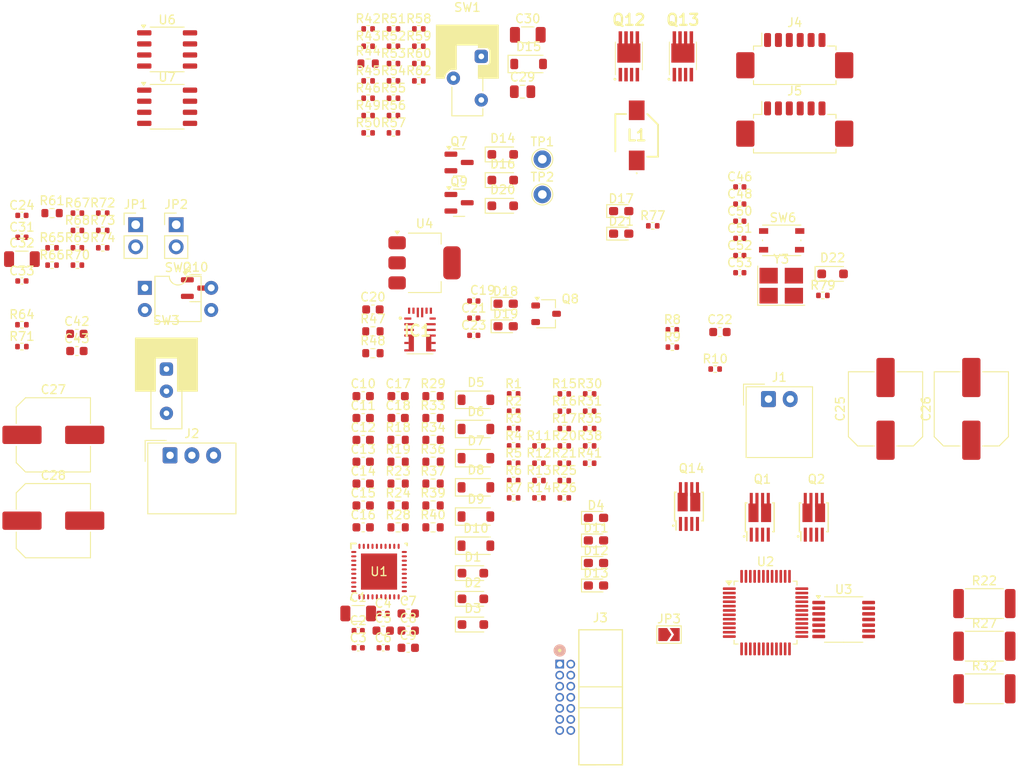
<source format=kicad_pcb>
(kicad_pcb (version 20221018) (generator pcbnew)
  (layers (0 "F.Cu" signal) (31 "B.Cu" signal) (34 "B.Paste" user) (35 "F.Paste" user) (36 "B.SilkS" user "B.Silkscreen") (37 "F.SilkS" user "F.Silkscreen") (38 "B.Mask" user) (39 "F.Mask" user) (44 "Edge.Cuts" user))
  (net 0 "")
  (net 1 "VDD")
  (net 2 "GND")
  (net 3 "Net-(U1-DVDD)")
  (net 4 "Net-(U1-VCP)")
  (net 5 "Net-(U1-CPH)")
  (net 6 "Net-(U1-CPL)")
  (net 7 "+3.3V")
  (net 8 "Current_OUTC")
  (net 9 "Current_OUTB")
  (net 10 "Current_OUTA")
  (net 11 "/MotorDriver/Phase_U")
  (net 12 "Net-(C10-Pad2)")
  (net 13 "Net-(C11-Pad2)")
  (net 14 "/MotorDriver/Phase_V")
  (net 15 "Net-(C14-Pad2)")
  (net 16 "Net-(C15-Pad2)")
  (net 17 "/MotorDriver/Phase_W")
  (net 18 "Net-(C17-Pad2)")
  (net 19 "Net-(C18-Pad2)")
  (net 20 "/Power/S-S")
  (net 21 "Net-(C20-Pad1)")
  (net 22 "+5V")
  (net 23 "HSE_IN")
  (net 24 "VCC")
  (net 25 "Net-(Q12-G)")
  (net 26 "HSE_OUT")
  (net 27 "NRST")
  (net 28 "Net-(D20-A)")
  (net 29 "Net-(D4-A)")
  (net 30 "Net-(D6-A)")
  (net 31 "Net-(D8-A)")
  (net 32 "Net-(D10-A)")
  (net 33 "Net-(D11-A)")
  (net 34 "Net-(D12-A)")
  (net 35 "Net-(D13-A)")
  (net 36 "Net-(D15-K)")
  (net 37 "Net-(D18-A)")
  (net 38 "Net-(D19-A)")
  (net 39 "Net-(IC1-FB)")
  (net 40 "Net-(IC1-VCC)")
  (net 45 "Net-(IC1-EN)")
  (net 46 "/Power/PG")
  (net 47 "/Power/24VBAT")
  (net 48 "nFAULT")
  (net 49 "Net-(D17-A)")
  (net 50 "Net-(JP1-B)")
  (net 51 "Net-(JP2-B)")
  (net 52 "Net-(D21-A)")
  (net 53 "Net-(Q7-D)")
  (net 54 "Net-(Q8-G)")
  (net 55 "Net-(Q10-B)")
  (net 56 "Net-(Q10-C)")
  (net 57 "Net-(D22-K)")
  (net 58 "/RS485/24V_IN")
  (net 59 "/RS485/RS485_A")
  (net 60 "/RS485/RS485_B")
  (net 61 "/RS485/RS485_X")
  (net 62 "/RS485/RS485_Y")
  (net 63 "/RS485/24V_OUT")
  (net 64 "MISO1")
  (net 65 "Net-(Q14B-G)")
  (net 66 "Net-(Q14A-G)")
  (net 67 "/Power/PowerSW")
  (net 68 "Net-(Q13-G)")
  (net 69 "Net-(Q1B-G)")
  (net 70 "/MotorDriver/SOA")
  (net 71 "/MotorDriver/SOB")
  (net 72 "/MotorDriver/SOC")
  (net 73 "Net-(U1-GHA)")
  (net 74 "Net-(U1-GLA)")
  (net 75 "Net-(U1-GHB)")
  (net 76 "Net-(Q1A-G)")
  (net 77 "Net-(U1-GLB)")
  (net 78 "Net-(Q2B-G)")
  (net 79 "Net-(U1-GHC)")
  (net 80 "Net-(Q2A-G)")
  (net 81 "Net-(U1-GLC)")
  (net 82 "Net-(U2-PB2)")
  (net 83 "INA_H")
  (net 84 "BOOT0")
  (net 85 "Net-(SW1-A)")
  (net 86 "INA_L")
  (net 87 "INB_H")
  (net 89 "SWO")
  (net 90 "INB_L")
  (net 91 "INC_H")
  (net 92 "INC_L")
  (net 93 "ENABLE")
  (net 94 "CAL")
  (net 95 "V_Meas.")
  (net 96 "MainTX3_RS485RX")
  (net 97 "Net-(U6-DE)")
  (net 98 "/UI/DIP_SW0")
  (net 99 "/UI/DIP_SW1")
  (net 100 "/UI/LED0")
  (net 101 "/UI/LED1")
  (net 102 "/UI/Slide_SW0")
  (net 106 "MOSI1")
  (net 107 "SCLK1")
  (net 108 "CS1_MD")
  (net 109 "SWDIO")
  (net 110 "SWCLK")
  (net 135 "/Encoder/CS")
  (net 136 "/Encoder/CLK")
  (net 137 "/Encoder/MISO")
  (net 138 "/Encoder/MOSI")
  (net 145 "MainRX3_RS485TX")
  (footprint "MyLibrary:Package_TSON-Advance_DualFET" (layer "F.Cu") (at 101.133 70.38)
    (fp_text reference "Q1" (at 0.3 -4.4 unlocked) (layer "F.SilkS"))
    (fp_text value "DMT6017LDV")
    (pad "1" smd rect (at -0.974977 1.9729 270) (size 1.6062 0.355596) (layers "F.Cu" "F.Paste" "F.Mask") (net 31 "Net-(D8-A)"))
    (pad "2" smd rect (at -0.324993 1.9729 270) (size 1.6062 0.3556) (layers "F.Cu" "F.Paste" "F.Mask") (net 76 "Net-(Q1A-G)"))
    (pad "3" smd rect (at 0.324993 1.9729 270) (size 1.6062 0.3556) (layers "F.Cu" "F.Paste" "F.Mask") (net 14 "/MotorDriver/Phase_V"))
    (pad "4" smd rect (at 0.976387 1.9729 270) (size 1.6062 0.352774) (layers "F.Cu" "F.Paste" "F.Mask") (net 69 "Net-(Q1B-G)"))
    (pad "5" smd rect (at 0.976389 -2.0209 270) (size 1.6062 0.352778) (layers "F.Cu" "F.Paste" "F.Mask") (net 1 "VDD"))
    (pad "6" smd rect (at 0.324992 -2.0209 270) (size 1.6062 0.355598) (layers "F.Cu" "F.Paste" "F.Mask") (net 1 "VDD"))
    (pad "6" smd rect (at 0.723591 -0.53615 270) (size 2.1277 1.152816) (layers "F.Cu" "F.Paste" "F.Mask") (net 1 "VDD"))
    (pad "7" smd rect (at -0.324993 -2.0209 270) (size 1.6062 0.3556) (layers "F.Cu" "F.Paste" "F.Mask") (net 14 "/MotorDriver/Phase_V"))
    (pad "8" smd rect (at -0.976389 -2.0209 270) (size 1.6062 0.352778) (layers "F.Cu" "F.Paste" "F.Mask") (net 14 "/MotorDriver/Phase_V"))
    (pad "8" smd rect (at -0.723591 -0.536156 270) (size 2.127688 1.152816) (layers "F.Cu" "F.Paste" "F.Mask") (net 14 "/MotorDriver/Phase_V"))
  )
  (footprint "Capacitor_SMD:C_0402_1005Metric" (layer "F.Cu") (at 16.43 38.21)
    (fp_text reference "C31" (at 0 -1.16) (layer "F.SilkS"))
    (fp_text value "0.1uF")
    (pad "1" smd roundrect (at -0.48 0) (size 0.56 0.62) (layers "F.Cu" "F.Paste" "F.Mask") (net 7 "+3.3V"))
    (pad "2" smd roundrect (at 0.48 0) (size 0.56 0.62) (layers "F.Cu" "F.Paste" "F.Mask") (net 2 "GND"))
  )
  (footprint "Package_TO_SOT_SMD:SOT-23" (layer "F.Cu") (at 66.613 29.625)
    (fp_text reference "Q7" (at 0 -2.4) (layer "F.SilkS"))
    (fp_text value "BSS138")
    (pad "1" smd roundrect (at -0.9375 -0.95) (size 1.475 0.6) (layers "F.Cu" "F.Paste" "F.Mask") (net 67 "/Power/PowerSW"))
    (pad "2" smd roundrect (at -0.9375 0.95) (size 1.475 0.6) (layers "F.Cu" "F.Paste" "F.Mask") (net 2 "GND"))
    (pad "3" smd roundrect (at 0.9375 0) (size 1.475 0.6) (layers "F.Cu" "F.Paste" "F.Mask") (net 53 "Net-(Q7-D)"))
  )
  (footprint "Resistor_SMD:R_0402_1005Metric" (layer "F.Cu") (at 81.605 56.19)
    (fp_text reference "R30" (at 0 -1.17) (layer "F.SilkS"))
    (fp_text value "10k")
    (pad "1" smd roundrect (at -0.51 0) (size 0.54 0.64) (layers "F.Cu" "F.Paste" "F.Mask") (net 17 "/MotorDriver/Phase_W"))
    (pad "2" smd roundrect (at 0.51 0) (size 0.54 0.64) (layers "F.Cu" "F.Paste" "F.Mask") (net 78 "Net-(Q2B-G)"))
  )
  (footprint "Resistor_SMD:R_0402_1005Metric" (layer "F.Cu") (at 19.89 39.42)
    (fp_text reference "R65" (at 0 -1.17) (layer "F.SilkS"))
    (fp_text value "10k")
    (pad "1" smd roundrect (at -0.51 0) (size 0.54 0.64) (layers "F.Cu" "F.Paste" "F.Mask") (net 97 "Net-(U6-DE)"))
    (pad "2" smd roundrect (at 0.51 0) (size 0.54 0.64) (layers "F.Cu" "F.Paste" "F.Mask") (net 2 "GND"))
  )
  (footprint "Capacitor_SMD:C_0402_1005Metric" (layer "F.Cu") (at 98.839 40.308)
    (fp_text reference "C52" (at 0 -1.16) (layer "F.SilkS"))
    (fp_text value "0.1uF")
    (pad "1" smd roundrect (at -0.48 0) (size 0.56 0.62) (layers "F.Cu" "F.Paste" "F.Mask") (net 7 "+3.3V"))
    (pad "2" smd roundrect (at 0.48 0) (size 0.56 0.62) (layers "F.Cu" "F.Paste" "F.Mask") (net 2 "GND"))
  )
  (footprint "Resistor_SMD:R_0402_1005Metric" (layer "F.Cu") (at 88.849 36.898)
    (fp_text reference "R77" (at 0 -1.17) (layer "F.SilkS"))
    (fp_text value "10k")
    (pad "1" smd roundrect (at -0.51 0) (size 0.54 0.64) (layers "F.Cu" "F.Paste" "F.Mask") (net 102 "/UI/Slide_SW0"))
    (pad "2" smd roundrect (at 0.51 0) (size 0.54 0.64) (layers "F.Cu" "F.Paste" "F.Mask") (net 2 "GND"))
  )
  (footprint "Capacitor_SMD:C_0402_1005Metric" (layer "F.Cu") (at 68.303 49.47)
    (fp_text reference "C23" (at 0 -1.16) (layer "F.SilkS"))
    (fp_text value "1uF")
    (pad "1" smd roundrect (at -0.48 0) (size 0.56 0.62) (layers "F.Cu" "F.Paste" "F.Mask") (net 7 "+3.3V"))
    (pad "2" smd roundrect (at 0.48 0) (size 0.56 0.62) (layers "F.Cu" "F.Paste" "F.Mask") (net 2 "GND"))
  )
  (footprint "Resistor_SMD:R_0603_1608Metric" (layer "F.Cu") (at 59.615 66.49)
    (fp_text reference "R23" (at 0 -1.43) (layer "F.SilkS"))
    (fp_text value "0")
    (pad "1" smd roundrect (at -0.825 0) (size 0.8 0.95) (layers "F.Cu" "F.Paste" "F.Mask") (net 75 "Net-(U1-GHB)"))
    (pad "2" smd roundrect (at 0.825 0) (size 0.8 0.95) (layers "F.Cu" "F.Paste" "F.Mask") (net 69 "Net-(Q1B-G)"))
  )
  (footprint "Resistor_SMD:R_0402_1005Metric" (layer "F.Cu") (at 56.173 14.29)
    (fp_text reference "R42" (at 0 -1.17) (layer "F.SilkS"))
    (fp_text value "10k")
    (pad "1" smd roundrect (at -0.51 0) (size 0.54 0.64) (layers "F.Cu" "F.Paste" "F.Mask") (net 68 "Net-(Q13-G)"))
    (pad "2" smd roundrect (at 0.51 0) (size 0.54 0.64) (layers "F.Cu" "F.Paste" "F.Mask") (net 2 "GND"))
  )
  (footprint "Resistor_SMD:R_0402_1005Metric" (layer "F.Cu") (at 108.379 44.888)
    (fp_text reference "R79" (at 0 -1.17) (layer "F.SilkS"))
    (fp_text value "1k")
    (pad "1" smd roundrect (at -0.51 0) (size 0.54 0.64) (layers "F.Cu" "F.Paste" "F.Mask") (net 57 "Net-(D22-K)"))
    (pad "2" smd roundrect (at 0.51 0) (size 0.54 0.64) (layers "F.Cu" "F.Paste" "F.Mask") (net 2 "GND"))
  )
  (footprint "Diode_SMD:D_SOD-123" (layer "F.Cu") (at 68.55 66.92)
    (fp_text reference "D8" (at 0 -2) (layer "F.SilkS"))
    (fp_text value "SS2040FL")
    (pad "1" smd roundrect (at -1.65 0) (size 0.9 1.2) (layers "F.Cu" "F.Paste" "F.Mask") (net 14 "/MotorDriver/Phase_V"))
    (pad "2" smd roundrect (at 1.65 0) (size 0.9 1.2) (layers "F.Cu" "F.Paste" "F.Mask") (net 31 "Net-(D8-A)"))
  )
  (footprint "Capacitor_SMD:C_0603_1608Metric" (layer "F.Cu") (at 60.775 85.34)
    (fp_text reference "C9" (at 0 -1.43) (layer "F.SilkS"))
    (fp_text value "330pF")
    (pad "1" smd roundrect (at -0.775 0) (size 0.9 0.95) (layers "F.Cu" "F.Paste" "F.Mask") (net 10 "Current_OUTA"))
    (pad "2" smd roundrect (at 0.775 0) (size 0.9 0.95) (layers "F.Cu" "F.Paste" "F.Mask") (net 2 "GND"))
  )
  (footprint "TestPoint:TestPoint_THTPad_D2.0mm_Drill1.0mm" (layer "F.Cu") (at 76.173 29.25)
    (fp_text reference "TP1" (at 0 -1.998) (layer "F.SilkS"))
    (fp_text value "TestPoint")
    (pad "1" thru_hole circle (at 0 0) (size 2 2) (drill 1) (layers "*.Cu" "*.Mask") (net 7 "+3.3V"))
  )
  (footprint "Capacitor_SMD:C_0603_1608Metric" (layer "F.Cu") (at 55.605 66.49)
    (fp_text reference "C14" (at 0 -1.43) (layer "F.SilkS"))
    (fp_text value "CR_snub")
    (pad "1" smd roundrect (at -0.775 0) (size 0.9 0.95) (layers "F.Cu" "F.Paste" "F.Mask") (net 14 "/MotorDriver/Phase_V"))
    (pad "2" smd roundrect (at 0.775 0) (size 0.9 0.95) (layers "F.Cu" "F.Paste" "F.Mask") (net 15 "Net-(C14-Pad2)"))
  )
  (footprint "Resistor_SMD:R_0603_1608Metric" (layer "F.Cu") (at 59.615 69)
    (fp_text reference "R24" (at 0 -1.43) (layer "F.SilkS"))
    (fp_text value "0")
    (pad "1" smd roundrect (at -0.825 0) (size 0.8 0.95) (layers "F.Cu" "F.Paste" "F.Mask") (net 77 "Net-(U1-GLB)"))
    (pad "2" smd roundrect (at 0.825 0) (size 0.8 0.95) (layers "F.Cu" "F.Paste" "F.Mask") (net 76 "Net-(Q1A-G)"))
  )
  (footprint "Resistor_SMD:R_0603_1608Metric" (layer "F.Cu") (at 56.173 18.27)
    (fp_text reference "R44" (at 0 -1.43) (layer "F.SilkS"))
    (fp_text value "1k")
    (pad "1" smd roundrect (at -0.825 0) (size 0.8 0.95) (layers "F.Cu" "F.Paste" "F.Mask") (net 1 "VDD"))
    (pad "2" smd roundrect (at 0.825 0) (size 0.8 0.95) (layers "F.Cu" "F.Paste" "F.Mask") (net 21 "Net-(C20-Pad1)"))
  )
  (footprint "Resistor_SMD:R_0402_1005Metric" (layer "F.Cu") (at 61.993 18.27)
    (fp_text reference "R60" (at 0 -1.17) (layer "F.SilkS"))
    (fp_text value "10k")
    (pad "1" smd roundrect (at -0.51 0) (size 0.54 0.64) (layers "F.Cu" "F.Paste" "F.Mask") (net 28 "Net-(D20-A)"))
    (pad "2" smd roundrect (at 0.51 0) (size 0.54 0.64) (layers "F.Cu" "F.Paste" "F.Mask") (net 54 "Net-(Q8-G)"))
  )
  (footprint "Resistor_SMD:R_0402_1005Metric" (layer "F.Cu") (at 16.43 50.76)
    (fp_text reference "R71" (at 0 -1.17) (layer "F.SilkS"))
    (fp_text value "2.2k")
    (pad "1" smd roundrect (at -0.51 0) (size 0.54 0.64) (layers "F.Cu" "F.Paste" "F.Mask") (net 7 "+3.3V"))
    (pad "2" smd roundrect (at 0.51 0) (size 0.54 0.64) (layers "F.Cu" "F.Paste" "F.Mask") (net 61 "/RS485/RS485_X"))
  )
  (footprint "Capacitor_SMD:C_0402_1005Metric" (layer "F.Cu") (at 16.43 43.23)
    (fp_text reference "C33" (at 0 -1.16) (layer "F.SilkS"))
    (fp_text value "1uF")
    (pad "1" smd roundrect (at -0.48 0) (size 0.56 0.62) (layers "F.Cu" "F.Paste" "F.Mask") (net 2 "GND"))
    (pad "2" smd roundrect (at 0.48 0) (size 0.56 0.62) (layers "F.Cu" "F.Paste" "F.Mask") (net 7 "+3.3V"))
  )
  (footprint "Diode_SMD:D_SOD-123" (layer "F.Cu") (at 68.55 63.57)
    (fp_text reference "D7" (at 0 -2) (layer "F.SilkS"))
    (fp_text value "SS2040FL")
    (pad "1" smd roundrect (at -1.65 0) (size 0.9 1.2) (layers "F.Cu" "F.Paste" "F.Mask") (net 1 "VDD"))
    (pad "2" smd roundrect (at 1.65 0) (size 0.9 1.2) (layers "F.Cu" "F.Paste" "F.Mask") (net 14 "/MotorDriver/Phase_V"))
  )
  (footprint "MyLibrary:Package_TSON-Advance_DualFET" (layer "F.Cu") (at 107.333 70.38)
    (fp_text reference "Q2" (at 0.3 -4.4 unlocked) (layer "F.SilkS"))
    (fp_text value "DMT6017LDV")
    (pad "1" smd rect (at -0.974977 1.9729 270) (size 1.6062 0.355596) (layers "F.Cu" "F.Paste" "F.Mask") (net 32 "Net-(D10-A)"))
    (pad "2" smd rect (at -0.324993 1.9729 270) (size 1.6062 0.3556) (layers "F.Cu" "F.Paste" "F.Mask") (net 80 "Net-(Q2A-G)"))
    (pad "3" smd rect (at 0.324993 1.9729 270) (size 1.6062 0.3556) (layers "F.Cu" "F.Paste" "F.Mask") (net 17 "/MotorDriver/Phase_W"))
    (pad "4" smd rect (at 0.976387 1.9729 270) (size 1.6062 0.352774) (layers "F.Cu" "F.Paste" "F.Mask") (net 78 "Net-(Q2B-G)"))
    (pad "5" smd rect (at 0.976389 -2.0209 270) (size 1.6062 0.352778) (layers "F.Cu" "F.Paste" "F.Mask") (net 1 "VDD"))
    (pad "6" smd rect (at 0.324992 -2.0209 270) (size 1.6062 0.355598) (layers "F.Cu" "F.Paste" "F.Mask") (net 1 "VDD"))
    (pad "6" smd rect (at 0.723591 -0.53615 270) (size 2.1277 1.152816) (layers "F.Cu" "F.Paste" "F.Mask") (net 1 "VDD"))
    (pad "7" smd rect (at -0.324993 -2.0209 270) (size 1.6062 0.3556) (layers "F.Cu" "F.Paste" "F.Mask") (net 17 "/MotorDriver/Phase_W"))
    (pad "8" smd rect (at -0.976389 -2.0209 270) (size 1.6062 0.352778) (layers "F.Cu" "F.Paste" "F.Mask") (net 17 "/MotorDriver/Phase_W"))
    (pad "8" smd rect (at -0.723591 -0.536156 270) (size 2.127688 1.152816) (layers "F.Cu" "F.Paste" "F.Mask") (net 17 "/MotorDriver/Phase_W"))
  )
  (footprint "Diode_SMD:D_SOD-323_HandSoldering" (layer "F.Cu") (at 71.628 31.65)
    (fp_text reference "D16" (at 0 -1.85) (layer "F.SilkS"))
    (fp_text value "1N5819WS")
    (pad "1" smd roundrect (at -1.25 0) (size 1 1) (layers "F.Cu" "F.Paste" "F.Mask") (net 22 "+5V"))
    (pad "2" smd roundrect (at 1.25 0) (size 1 1) (layers "F.Cu" "F.Paste" "F.Mask") (net 7 "+3.3V"))
  )
  (footprint "Capacitor_SMD:C_0402_1005Metric" (layer "F.Cu") (at 57.905 81.4)
    (fp_text reference "C4" (at 0 -1.16) (layer "F.SilkS"))
    (fp_text value "1uF")
    (pad "1" smd roundrect (at -0.48 0) (size 0.56 0.62) (layers "F.Cu" "F.Paste" "F.Mask") (net 1 "VDD"))
    (pad "2" smd roundrect (at 0.48 0) (size 0.56 0.62) (layers "F.Cu" "F.Paste" "F.Mask") (net 4 "Net-(U1-VCP)"))
  )
  (footprint "Diode_SMD:D_SOD-323_HandSoldering" (layer "F.Cu") (at 109.494 42.418)
    (fp_text reference "D22" (at 0 -1.85) (layer "F.SilkS"))
    (fp_text value "1N5819WS")
    (pad "1" smd roundrect (at -1.25 0) (size 1 1) (layers "F.Cu" "F.Paste" "F.Mask") (net 57 "Net-(D22-K)"))
    (pad "2" smd roundrect (at 1.25 0) (size 1 1) (layers "F.Cu" "F.Paste" "F.Mask") (net 7 "+3.3V"))
  )
  (footprint "Package_QFP:LQFP-48_7x7mm_P0.5mm" (layer "F.Cu") (at 101.7955 81.302)
    (fp_text reference "U2" (at 0 -5.85) (layer "F.SilkS"))
    (fp_text value "STM32G473CET6")
    (pad "1" smd roundrect (at -4.1625 -2.75) (size 1.475 0.3) (layers "F.Cu" "F.Paste" "F.Mask") (net 7 "+3.3V"))
    (pad "2" smd roundrect (at -4.1625 -2.25) (size 1.475 0.3) (layers "F.Cu" "F.Paste" "F.Mask"))
    (pad "3" smd roundrect (at -4.1625 -1.75) (size 1.475 0.3) (layers "F.Cu" "F.Paste" "F.Mask"))
    (pad "4" smd roundrect (at -4.1625 -1.25) (size 1.475 0.3) (layers "F.Cu" "F.Paste" "F.Mask"))
    (pad "5" smd roundrect (at -4.1625 -0.75) (size 1.475 0.3) (layers "F.Cu" "F.Paste" "F.Mask") (net 23 "HSE_IN"))
    (pad "6" smd roundrect (at -4.1625 -0.25) (size 1.475 0.3) (layers "F.Cu" "F.Paste" "F.Mask") (net 26 "HSE_OUT"))
    (pad "7" smd roundrect (at -4.1625 0.25) (size 1.475 0.3) (layers "F.Cu" "F.Paste" "F.Mask") (net 27 "NRST"))
    (pad "8" smd roundrect (at -4.1625 0.75) (size 1.475 0.3) (layers "F.Cu" "F.Paste" "F.Mask") (net 10 "Current_OUTA"))
    (pad "9" smd roundrect (at -4.1625 1.25) (size 1.475 0.3) (layers "F.Cu" "F.Paste" "F.Mask") (net 9 "Current_OUTB"))
    (pad "10" smd roundrect (at -4.1625 1.75) (size 1.475 0.3) (layers "F.Cu" "F.Paste" "F.Mask") (net 8 "Current_OUTC"))
    (pad "11" smd roundrect (at -4.1625 2.25) (size 1.475 0.3) (layers "F.Cu" "F.Paste" "F.Mask") (net 95 "V_Meas."))
    (pad "12" smd roundrect (at -4.1625 2.75) (size 1.475 0.3) (layers "F.Cu" "F.Paste" "F.Mask"))
    (pad "13" smd roundrect (at -2.75 4.1625) (size 0.3 1.475) (layers "F.Cu" "F.Paste" "F.Mask") (net 107 "SCLK1"))
    (pad "14" smd roundrect (at -2.25 4.1625) (size 0.3 1.475) (layers "F.Cu" "F.Paste" "F.Mask") (net 64 "MISO1"))
    (pad "15" smd roundrect (at -1.75 4.1625) (size 0.3 1.475) (layers "F.Cu" "F.Paste" "F.Mask") (net 106 "MOSI1"))
    (pad "16" smd roundrect (at -1.25 4.1625) (size 0.3 1.475) (layers "F.Cu" "F.Paste" "F.Mask"))
    (pad "17" smd roundrect (at -0.75 4.1625) (size 0.3 1.475) (layers "F.Cu" "F.Paste" "F.Mask"))
    (pad "18" smd roundrect (at -0.25 4.1625) (size 0.3 1.475) (layers "F.Cu" "F.Paste" "F.Mask") (net 82 "Net-(U2-PB2)"))
    (pad "19" smd roundrect (at 0.25 4.1625) (size 0.3 1.475) (layers "F.Cu" "F.Paste" "F.Mask") (net 2 "GND"))
    (pad "20" smd roundrect (at 0.75 4.1625) (size 0.3 1.475) (layers "F.Cu" "F.Paste" "F.Mask") (net 7 "+3.3V"))
    (pad "21" smd roundrect (at 1.25 4.1625) (size 0.3 1.475) (layers "F.Cu" "F.Paste" "F.Mask") (net 7 "+3.3V"))
    (pad "22" smd roundrect (at 1.75 4.1625) (size 0.3 1.475) (layers "F.Cu" "F.Paste" "F.Mask") (net 96 "MainTX3_RS485RX"))
    (pad "23" smd roundrect (at 2.25 4.1625) (size 0.3 1.475) (layers "F.Cu" "F.Paste" "F.Mask") (net 2 "GND"))
    (pad "24" smd roundrect (at 2.75 4.1625) (size 0.3 1.475) (layers "F.Cu" "F.Paste" "F.Mask") (net 7 "+3.3V"))
    (pad "25" smd roundrect (at 4.1625 2.75) (size 1.475 0.3) (layers "F.Cu" "F.Paste" "F.Mask") (net 145 "MainRX3_RS485TX"))
    (pad "26" smd roundrect (at 4.1625 2.25) (size 1.475 0.3) (layers "F.Cu" "F.Paste" "F.Mask"))
    (pad "27" smd roundrect (at 4.1625 1.75) (size 1.475 0.3) (layers "F.Cu" "F.Paste" "F.Mask"))
    (pad "28" smd roundrect (at 4.1625 1.25) (size 1.475 0.3) (layers "F.Cu" "F.Paste" "F.Mask"))
    (pad "29" smd roundrect (at 4.1625 0.75) (size 1.475 0.3) (layers "F.Cu" "F.Paste" "F.Mask"))
    (pad "30" smd roundrect (at 4.1625 0.25) (size 1.475 0.3) (layers "F.Cu" "F.Paste" "F.Mask"))
    (pad "31" smd roundrect (at 4.1625 -0.25) (size 1.475 0.3) (layers "F.Cu" "F.Paste" "F.Mask"))
    (pad "32" smd roundrect (at 4.1625 -0.75) (size 1.475 0.3) (layers "F.Cu" "F.Paste" "F.Mask"))
    (pad "33" smd roundrect (at 4.1625 -1.25) (size 1.475 0.3) (layers "F.Cu" "F.Paste" "F.Mask"))
    (pad "34" smd roundrect (at 4.1625 -1.75) (size 1.475 0.3) (layers "F.Cu" "F.Paste" "F.Mask"))
    (pad "35" smd roundrect (at 4.1625 -2.25) (size 1.475 0.3) (layers "F.Cu" "F.Paste" "F.Mask") (net 2 "GND"))
    (pad "36" smd roundrect (at 4.1625 -2.75) (size 1.475 0.3) (layers "F.Cu" "F.Paste" "F.Mask") (net 7 "+3.3V"))
    (pad "37" smd roundrect (at 2.75 -4.1625) (size 0.3 1.475) (layers "F.Cu" "F.Paste" "F.Mask") (net 109 "SWDIO"))
    (pad "38" smd roundrect (at 2.25 -4.1625) (size 0.3 1.475) (layers "F.Cu" "F.Paste" "F.Mask") (net 110 "SWCLK"))
    (pad "39" smd roundrect (at 1.75 -4.1625) (size 0.3 1.475) (layers "F.Cu" "F.Paste" "F.Mask"))
    (pad "40" smd roundrect (at 1.25 -4.1625) (size 0.3 1.475) (layers "F.Cu" "F.Paste" "F.Mask") (net 89 "SWO"))
    (pad "41" smd roundrect (at 0.75 -4.1625) (size 0.3 1.475) (layers "F.Cu" "F.Paste" "F.Mask"))
    (pad "42" smd roundrect (at 0.25 -4.1625) (size 0.3 1.475) (layers "F.Cu" "F.Paste" "F.Mask"))
    (pad "43" smd roundrect (at -0.25 -4.1625) (size 0.3 1.475) (layers "F.Cu" "F.Paste" "F.Mask"))
    (pad "44" smd roundrect (at -0.75 -4.1625) (size 0.3 1.475) (layers "F.Cu" "F.Paste" "F.Mask"))
    (pad "45" smd roundrect (at -1.25 -4.1625) (size 0.3 1.475) (layers "F.Cu" "F.Paste" "F.Mask") (net 84 "BOOT0"))
    (pad "46" smd roundrect (at -1.75 -4.1625) (size 0.3 1.475) (layers "F.Cu" "F.Paste" "F.Mask"))
    (pad "47" smd roundrect (at -2.25 -4.1625) (size 0.3 1.475) (layers "F.Cu" "F.Paste" "F.Mask") (net 2 "GND"))
    (pad "48" smd roundrect (at -2.75 -4.1625) (size 0.3 1.475) (layers "F.Cu" "F.Paste" "F.Mask") (net 7 "+3.3V"))
  )
  (footprint "Resistor_SMD:R_0402_1005Metric" (layer "F.Cu") (at 59.083 24.24)
    (fp_text reference "R56" (at 0 -1.17) (layer "F.SilkS"))
    (fp_text value "100k")
    (pad "1" smd roundrect (at -0.51 0) (size 0.54 0.64) (layers "F.Cu" "F.Paste" "F.Mask") (net 46 "/Power/PG"))
    (pad "2" smd roundrect (at 0.51 0) (size 0.54 0.64) (layers "F.Cu" "F.Paste" "F.Mask") (net 40 "Net-(IC1-VCC)"))
  )
  (footprint "Capacitor_SMD:C_0402_1005Metric" (layer "F.Cu") (at 68.303 45.53)
    (fp_text reference "C19" (at 1.016 -1.237) (layer "F.SilkS"))
    (fp_text value "1uF")
    (pad "1" smd roundrect (at -0.48 0) (size 0.56 0.62) (layers "F.Cu" "F.Paste" "F.Mask") (net 20 "/Power/S-S"))
    (pad "2" smd roundrect (at 0.48 0) (size 0.56 0.62) (layers "F.Cu" "F.Paste" "F.Mask") (net 25 "Net-(Q12-G)"))
  )
  (footprint "Button_Switch_SMD:SW_Push_1P1T_NO_Vertical_Wuerth_434133025816" (layer "F.Cu") (at 103.649 38.568)
    (fp_text reference "SW6" (at 0.15 -2.6) (layer "F.SilkS"))
    (fp_text value "SW_SPST")
    (pad "1" smd rect (at -2.075 -1.075) (size 1.05 0.65) (layers "F.Cu" "F.Paste" "F.Mask") (net 27 "NRST"))
    (pad "1" smd rect (at 2.075 -1.075) (size 1.05 0.65) (layers "F.Cu" "F.Paste" "F.Mask") (net 27 "NRST"))
    (pad "2" smd rect (at -2.075 1.075) (size 1.05 0.65) (layers "F.Cu" "F.Paste" "F.Mask") (net 2 "GND"))
    (pad "2" smd rect (at 2.05 1.075) (size 1.05 0.65) (layers "F.Cu" "F.Paste" "F.Mask") (net 2 "GND"))
  )
  (footprint "Resistor_SMD:R_0402_1005Metric" (layer "F.Cu") (at 81.605 64.15)
    (fp_text reference "R41" (at 0 -1.17) (layer "F.SilkS"))
    (fp_text value "20k")
    (pad "1" smd roundrect (at -0.51 0) (size 0.54 0.64) (layers "F.Cu" "F.Paste" "F.Mask") (net 17 "/MotorDriver/Phase_W"))
    (pad "2" smd roundrect (at 0.51 0) (size 0.54 0.64) (layers "F.Cu" "F.Paste" "F.Mask") (net 35 "Net-(D13-A)"))
  )
  (footprint "Capacitor_SMD:C_0402_1005Metric" (layer "F.Cu") (at 16.43 35.7)
    (fp_text reference "C24" (at 0 -1.16) (layer "F.SilkS"))
    (fp_text value "0.1uF")
    (pad "1" smd roundrect (at -0.48 0) (size 0.56 0.62) (layers "F.Cu" "F.Paste" "F.Mask") (net 7 "+3.3V"))
    (pad "2" smd roundrect (at 0.48 0) (size 0.56 0.62) (layers "F.Cu" "F.Paste" "F.Mask") (net 2 "GND"))
  )
  (footprint "Crystal:Crystal_SMD_3225-4Pin_3.2x2.5mm_HandSoldering" (layer "F.Cu") (at 103.599 43.768)
    (fp_text reference "Y3" (at 0 -3.05) (layer "F.SilkS"))
    (fp_text value "16MHz")
    (pad "1" smd rect (at -1.45 1.15) (size 2.1 1.8) (layers "F.Cu" "F.Paste" "F.Mask") (net 23 "HSE_IN"))
    (pad "2" smd rect (at 1.45 1.15) (size 2.1 1.8) (layers "F.Cu" "F.Paste" "F.Mask") (net 2 "GND"))
    (pad "3" smd rect (at 1.45 -1.15) (size 2.1 1.8) (layers "F.Cu" "F.Paste" "F.Mask") (net 26 "HSE_OUT"))
    (pad "4" smd rect (at -1.45 -1.15) (size 2.1 1.8) (layers "F.Cu" "F.Paste" "F.Mask") (net 2 "GND"))
  )
  (footprint "Resistor_SMD:R_0402_1005Metric" (layer "F.Cu") (at 56.173 26.23)
    (fp_text reference "R50" (at 0 -1.17) (layer "F.SilkS"))
    (fp_text value "10k")
    (pad "1" smd roundrect (at -0.51 0) (size 0.54 0.64) (layers "F.Cu" "F.Paste" "F.Mask") (net 67 "/Power/PowerSW"))
    (pad "2" smd roundrect (at 0.51 0) (size 0.54 0.64) (layers "F.Cu" "F.Paste" "F.Mask") (net 2 "GND"))
  )
  (footprint "MyLibrary:Inductor_CDPH4D19F" (layer "F.Cu") (at 87.004 26.513)
    (fp_text reference "L1" (at 0 0) (layer "F.SilkS") (effects (font (size 1.27 1.27) (thickness 0.254))))
    (fp_text value "22uH" hide)
    (pad "1" smd rect (at 0 2.875) (size 1.8 2.25) (layers "F.Cu" "F.Paste" "F.Mask") (net 36 "Net-(D15-K)"))
    (pad "2" smd rect (at 0 -2.875) (size 1.8 2.25) (layers "F.Cu" "F.Paste" "F.Mask") (net 24 "VCC"))
  )
  (footprint "Resistor_SMD:R_0402_1005Metric" (layer "F.Cu") (at 81.605 58.18)
    (fp_text reference "R31" (at 0 -1.17) (layer "F.SilkS"))
    (fp_text value "10k")
    (pad "1" smd roundrect (at -0.51 0) (size 0.54 0.64) (layers "F.Cu" "F.Paste" "F.Mask") (net 32 "Net-(D10-A)"))
    (pad "2" smd roundrect (at 0.51 0) (size 0.54 0.64) (layers "F.Cu" "F.Paste" "F.Mask") (net 80 "Net-(Q2A-G)"))
  )
  (footprint "Diode_SMD:D_SOD-123" (layer "F.Cu") (at 68.55 73.62)
    (fp_text reference "D10" (at 0 -2) (layer "F.SilkS"))
    (fp_text value "SS2040FL")
    (pad "1" smd roundrect (at -1.65 0) (size 0.9 1.2) (layers "F.Cu" "F.Paste" "F.Mask") (net 17 "/MotorDriver/Phase_W"))
    (pad "2" smd roundrect (at 1.65 0) (size 0.9 1.2) (layers "F.Cu" "F.Paste" "F.Mask") (net 32 "Net-(D10-A)"))
  )
  (footprint "Capacitor_SMD:C_1206_3216Metric" (layer "F.Cu") (at 16.43 40.72)
    (fp_text reference "C32" (at 0 -1.85) (layer "F.SilkS"))
    (fp_text value "10uF")
    (pad "1" smd roundrect (at -1.475 0) (size 1.15 1.8) (layers "F.Cu" "F.Paste" "F.Mask") (roundrect_rratio 0.217391) (net 1 "VDD"))
    (pad "2" smd roundrect (at 1.475 0) (size 1.15 1.8) (layers "F.Cu" "F.Paste" "F.Mask") (roundrect_rratio 0.217391) (net 2 "GND"))
  )
  (footprint "Diode_SMD:D_SOD-323_HandSoldering" (layer "F.Cu") (at 71.628 34.6)
    (fp_text reference "D20" (at 0 -1.85) (layer "F.SilkS"))
    (fp_text value "1N5819WS")
    (pad "1" smd roundrect (at -1.25 0) (size 1 1) (layers "F.Cu" "F.Paste" "F.Mask") (net 24 "VCC"))
    (pad "2" smd roundrect (at 1.25 0) (size 1 1) (layers "F.Cu" "F.Paste" "F.Mask") (net 28 "Net-(D20-A)"))
  )
  (footprint "Package_TO_SOT_SMD:SOT-23" (layer "F.Cu") (at 66.613 34.25)
    (fp_text reference "Q9" (at 0 -2.4) (layer "F.SilkS"))
    (fp_text value "BSS138")
    (pad "1" smd roundrect (at -0.9375 -0.95) (size 1.475 0.6) (layers "F.Cu" "F.Paste" "F.Mask") (net 46 "/Power/PG"))
    (pad "2" smd roundrect (at -0.9375 0.95) (size 1.475 0.6) (layers "F.Cu" "F.Paste" "F.Mask") (net 2 "GND"))
    (pad "3" smd roundrect (at 0.9375 0) (size 1.475 0.6) (layers "F.Cu" "F.Paste" "F.Mask") (net 54 "Net-(Q8-G)"))
  )
  (footprint "Resistor_SMD:R_0402_1005Metric" (layer "F.Cu") (at 25.71 35.44)
    (fp_text reference "R72" (at 0 -1.17) (layer "F.SilkS"))
    (fp_text value "2.2k")
    (pad "1" smd roundrect (at -0.51 0) (size 0.54 0.64) (layers "F.Cu" "F.Paste" "F.Mask") (net 62 "/RS485/RS485_Y"))
    (pad "2" smd roundrect (at 0.51 0) (size 0.54 0.64) (layers "F.Cu" "F.Paste" "F.Mask") (net 2 "GND"))
  )
  (footprint "Resistor_SMD:R_0402_1005Metric" (layer "F.Cu") (at 75.785 66.14)
    (fp_text reference "R13" (at 0 -1.17) (layer "F.SilkS"))
    (fp_text value "10k")
    (pad "1" smd roundrect (at -0.51 0) (size 0.54 0.64) (layers "F.Cu" "F.Paste" "F.Mask") (net 64 "MISO1"))
    (pad "2" smd roundrect (at 0.51 0) (size 0.54 0.64) (layers "F.Cu" "F.Paste" "F.Mask") (net 7 "+3.3V"))
  )
  (footprint "Resistor_SMD:R_0603_1608Metric" (layer "F.Cu") (at 59.615 63.98)
    (fp_text reference "R19" (at 0 -1.43) (layer "F.SilkS"))
    (fp_text value "0")
    (pad "1" smd roundrect (at -0.825 0) (size 0.8 0.95) (layers "F.Cu" "F.Paste" "F.Mask") (net 74 "Net-(U1-GLA)"))
    (pad "2" smd roundrect (at 0.825 0) (size 0.8 0.95) (layers "F.Cu" "F.Paste" "F.Mask") (net 66 "Net-(Q14A-G)"))
  )
  (footprint "Diode_SMD:D_SOD-123" (layer "F.Cu") (at 68.55 70.27)
    (fp_text reference "D9" (at 0 -2) (layer "F.SilkS"))
    (fp_text value "SS2040FL")
    (pad "1" smd roundrect (at -1.65 0) (size 0.9 1.2) (layers "F.Cu" "F.Paste" "F.Mask") (net 1 "VDD"))
    (pad "2" smd roundrect (at 1.65 0) (size 0.9 1.2) (layers "F.Cu" "F.Paste" "F.Mask") (net 17 "/MotorDriver/Phase_W"))
  )
  (footprint "Capacitor_SMD:C_0603_1608Metric" (layer "F.Cu") (at 57.905 83.37)
    (fp_text reference "C5" (at 0 -1.43) (layer "F.SilkS"))
    (fp_text value "47nF")
    (pad "1" smd roundrect (at -0.775 0) (size 0.9 0.95) (layers "F.Cu" "F.Paste" "F.Mask") (net 5 "Net-(U1-CPH)"))
    (pad "2" smd roundrect (at 0.775 0) (size 0.9 0.95) (layers "F.Cu" "F.Paste" "F.Mask") (net 6 "Net-(U1-CPL)"))
  )
  (footprint "Package_DIP:DIP-4_W7.62mm" (layer "F.Cu") (at 30.54 44.02)
    (fp_text reference "SW2" (at 3.81 -2.33) (layer "F.SilkS"))
    (fp_text value "SW_DIP_x02")
    (pad "1" thru_hole rect (at 0 0) (size 1.6 1.6) (drill 0.8) (layers "*.Cu" "*.Mask") (net 98 "/UI/DIP_SW0"))
    (pad "2" thru_hole oval (at 0 2.54) (size 1.6 1.6) (drill 0.8) (layers "*.Cu" "*.Mask") (net 99 "/UI/DIP_SW1"))
    (pad "3" thru_hole oval (at 7.62 2.54) (size 1.6 1.6) (drill 0.8) (layers "*.Cu" "*.Mask") (net 7 "+3.3V"))
    (pad "4" thru_hole oval (at 7.62 0) (size 1.6 1.6) (drill 0.8) (layers "*.Cu" "*.Mask") (net 7 "+3.3V"))
  )
  (footprint "Connector_Molex:Molex_PicoBlade_53261-0671_1x06-1MP_P1.25mm_Horizontal" (layer "F.Cu") (at 105.149 17.968)
    (fp_text reference "J4" (at 0 -4.4) (layer "F.SilkS"))
    (fp_text value "Conn_01x06_MountingPin")
    (pad "1" smd roundrect (at -3.125 -2.4) (size 0.8 1.6) (layers "F.Cu" "F.Paste" "F.Mask") (net 2 "GND"))
    (pad "2" smd roundrect (at -1.875 -2.4) (size 0.8 1.6) (layers "F.Cu" "F.Paste" "F.Mask") (net 58 "/RS485/24V_IN"))
    (pad "3" smd roundrect (at -0.625 -2.4) (size 0.8 1.6) (layers "F.Cu" "F.Paste" "F.Mask") (net 59 "/RS485/RS485_A"))
    (pad "4" smd roundrect (at 0.625 -2.4) (size 0.8 1.6) (layers "F.Cu" "F.Paste" "F.Mask") (net 60 "/RS485/RS485_B"))
    (pad "5" smd roundrect (at 1.875 -2.4) (size 0.8 1.6) (layers "F.Cu" "F.Paste" "F.Mask") (net 61 "/RS485/RS485_X"))
    (pad "6" smd roundrect (at 3.125 -2.4) (size 0.8 1.6) (layers "F.Cu" "F.Paste" "F.Mask") (net 62 "/RS485/RS485_Y"))
    (pad "MP" smd roundrect (at -5.675 0.5) (size 2.1 3) (layers "F.Cu" "F.Paste" "F.Mask") (roundrect_rratio 0.119048) (net 2 "GND"))
    (pad "MP" smd roundrect (at 5.675 0.5) (size 2.1 3) (layers "F.Cu" "F.Paste" "F.Mask") (roundrect_rratio 0.119048) (net 2 "GND"))
  )
  (footprint "Resistor_SMD:R_0402_1005Metric" (layer "F.Cu") (at 22.8 41.41)
    (fp_text reference "R70" (at 0 -1.17) (layer "F.SilkS"))
    (fp_text value "10k")
    (pad "1" smd roundrect (at -0.51 0) (size 0.54 0.64) (layers "F.Cu" "F.Paste" "F.Mask") (net 2 "GND"))
    (pad "2" smd roundrect (at 0.51 0) (size 0.54 0.64) (layers "F.Cu" "F.Paste" "F.Mask") (net 99 "/UI/DIP_SW1"))
  )
  (footprint "Resistor_SMD:R_0402_1005Metric" (layer "F.Cu") (at 78.695 66.14)
    (fp_text reference "R25" (at 0 -1.17) (layer "F.SilkS"))
    (fp_text value "10k")
    (pad "1" smd roundrect (at -0.51 0) (size 0.54 0.64) (layers "F.Cu" "F.Paste" "F.Mask") (net 14 "/MotorDriver/Phase_V"))
    (pad "2" smd roundrect (at 0.51 0) (size 0.54 0.64) (layers "F.Cu" "F.Paste" "F.Mask") (net 69 "Net-(Q1B-G)"))
  )
  (footprint "Resistor_SMD:R_0402_1005Metric" (layer "F.Cu") (at 25.71 37.43)
    (fp_text reference "R73" (at 0 -1.17) (layer "F.SilkS"))
    (fp_text value "120")
    (pad "1" smd roundrect (at -0.51 0) (size 0.54 0.64) (layers "F.Cu" "F.Paste" "F.Mask") (net 50 "Net-(JP1-B)"))
    (pad "2" smd roundrect (at 0.51 0) (size 0.54 0.64) (layers "F.Cu" "F.Paste" "F.Mask") (net 60 "/RS485/RS485_B"))
  )
  (footprint "LED_SMD:LED_0603_1608Metric_Pad1.05x0.95mm_HandSolder" (layer "F.Cu") (at 82.33 70.42)
    (fp_text reference "D4" (at 0 -1.43) (layer "F.SilkS"))
    (fp_text value "Red")
    (pad "1" smd roundrect (at -0.875 0) (size 1.05 0.95) (layers "F.Cu" "F.Paste" "F.Mask") (net 48 "nFAULT"))
    (pad "2" smd roundrect (at 0.875 0) (size 1.05 0.95) (layers "F.Cu" "F.Paste" "F.Mask") (net 29 "Net-(D4-A)"))
  )
  (footprint "Resistor_SMD:R_0402_1005Metric" (layer "F.Cu") (at 96.01 53.34)
    (fp_text reference "R10" (at 0 -1.17) (layer "F.SilkS"))
    (fp_text value "2k")
    (pad "1" smd roundrect (at -0.51 0) (size 0.54 0.64) (layers "F.Cu" "F.Paste" "F.Mask") (net 52 "Net-(D21-A)"))
    (pad "2" smd roundrect (at 0.51 0) (size 0.54 0.64) (layers "F.Cu" "F.Paste" "F.Mask") (net 101 "/UI/LED1"))
  )
  (footprint "Capacitor_SMD:C_0805_2012Metric" (layer "F.Cu") (at 73.903 21.5)
    (fp_text reference "C29" (at 0 -1.68) (layer "F.SilkS"))
    (fp_text value "22uF")
    (pad "1" smd roundrect (at -0.95 0) (size 1 1.45) (layers "F.Cu" "F.Paste" "F.Mask") (net 28 "Net-(D20-A)"))
    (pad "2" smd roundrect (at 0.95 0) (size 1 1.45) (layers "F.Cu" "F.Paste" "F.Mask") (net 2 "GND"))
  )
  (footprint "Resistor_SMD:R_0402_1005Metric" (layer "F.Cu") (at 59.083 26.23)
    (fp_text reference "R57" (at 0 -1.17) (layer "F.SilkS"))
    (fp_text value "200k")
    (pad "1" smd roundrect (at -0.51 0) (size 0.54 0.64) (layers "F.Cu" "F.Paste" "F.Mask") (net 45 "Net-(IC1-EN)"))
    (pad "2" smd roundrect (at 0.51 0) (size 0.54 0.64) (layers "F.Cu" "F.Paste" "F.Mask") (net 24 "VCC"))
  )
  (footprint "Capacitor_SMD:C_1206_3216Metric" (layer "F.Cu") (at 55.035 81.4)
    (fp_text reference "C1" (at 0 -1.85) (layer "F.SilkS"))
    (fp_text value "10uF")
    (pad "1" smd roundrect (at -1.475 0) (size 1.15 1.8) (layers "F.Cu" "F.Paste" "F.Mask") (roundrect_rratio 0.217391) (net 1 "VDD"))
    (pad "2" smd roundrect (at 1.475 0) (size 1.15 1.8) (layers "F.Cu" "F.Paste" "F.Mask") (roundrect_rratio 0.217391) (net 2 "GND"))
  )
  (footprint "MyLibrary:SW_Slide_3P_SPDT" (layer "F.Cu") (at 33.02 55.88)
    (fp_text reference "SW3" (at 0 -8.128 unlocked) (layer "F.SilkS"))
    (fp_text value "SW_SPDT")
    (pad "1" thru_hole roundrect (at 0 -2.54) (size 1.524 1.524) (drill 0.65) (layers "*.Cu" "*.Mask") (net 102 "/UI/Slide_SW0"))
    (pad "2" thru_hole circle (at 0 0) (size 1.524 1.524) (drill 0.65) (layers "*.Cu" "*.Mask") (net 7 "+3.3V"))
    (pad "3" thru_hole circle (at 0 2.54) (size 1.524 1.524) (drill 0.65) (layers "*.Cu" "*.Mask"))
  )
  (footprint "MyLibrary:BoxHeader_2x07_P1.27mm_Horizontal" (layer "F.Cu") (at 78.1662 91.0212)
    (fp_text reference "J3" (at 4.6618 -9.124 unlocked) (layer "F.SilkS"))
    (fp_text value "Conn_01x14_Pin")
    (pad "1" thru_hole rect (at 0 -3.81 90) (size 1 1) (drill 0.65) (layers "*.Cu" "*.Mask"))
    (pad "2" thru_hole circle (at 1.27 -3.81 90) (size 1 1) (drill 0.65) (layers "*.Cu" "*.Mask"))
    (pad "3" thru_hole circle (at 0 -2.54 90) (size 1 1) (drill 0.65) (layers "*.Cu" "*.Mask") (net 57 "Net-(D22-K)"))
    (pad "4" thru_hole circle (at 1.27 -2.54 90) (size 1 1) (drill 0.65) (layers "*.Cu" "*.Mask") (net 109 "SWDIO"))
    (pad "5" thru_hole circle (at 0 -1.27 90) (size 1 1) (drill 0.65) (layers "*.Cu" "*.Mask") (net 2 "GND"))
    (pad "6" thru_hole circle (at 1.27 -1.27 90) (size 1 1) (drill 0.65) (layers "*.Cu" "*.Mask") (net 110 "SWCLK"))
    (pad "7" thru_hole circle (at 0 0 90) (size 1 1) (drill 0.65) (layers "*.Cu" "*.Mask") (net 2 "GND"))
    (pad "8" thru_hole circle (at 1.27 0 90) (size 1 1) (drill 0.65) (layers "*.Cu" "*.Mask") (net 89 "SWO"))
    (pad "9" thru_hole circle (at 0 1.27 90) (size 1 1) (drill 0.65) (layers "*.Cu" "*.Mask"))
    (pad "10" thru_hole circle (at 1.27 1.27 90) (size 1 1) (drill 0.65) (layers "*.Cu" "*.Mask"))
    (pad "11" thru_hole circle (at 0 2.54 90) (size 1 1) (drill 0.65) (layers "*.Cu" "*.Mask") (net 2 "GND"))
    (pad "12" thru_hole circle (at 1.27 2.54 90) (size 1 1) (drill 0.65) (layers "*.Cu" "*.Mask") (net 27 "NRST"))
    (pad "13" thru_hole circle (at 0 3.81 90) (size 1 1) (drill 0.65) (layers "*.Cu" "*.Mask"))
    (pad "14" thru_hole circle (at 1.27 3.81 90) (size 1 1) (drill 0.65) (layers "*.Cu" "*.Mask"))
  )
  (footprint "Capacitor_SMD:C_0402_1005Metric" (layer "F.Cu") (at 55.035 85.34)
    (fp_text reference "C3" (at 0 -1.16) (layer "F.SilkS"))
    (fp_text value "1uF")
    (pad "1" smd roundrect (at -0.48 0) (size 0.56 0.62) (layers "F.Cu" "F.Paste" "F.Mask") (net 3 "Net-(U1-DVDD)"))
    (pad "2" smd roundrect (at 0.48 0) (size 0.56 0.62) (layers "F.Cu" "F.Paste" "F.Mask") (net 2 "GND"))
  )
  (footprint "LED_SMD:LED_0603_1608Metric_Pad1.05x0.95mm_HandSolder" (layer "F.Cu") (at 71.958 45.84)
    (fp_text reference "D18" (at 0 -1.43) (layer "F.SilkS"))
    (fp_text value "Green")
    (pad "1" smd roundrect (at -0.875 0) (size 1.05 0.95) (layers "F.Cu" "F.Paste" "F.Mask") (net 2 "GND"))
    (pad "2" smd roundrect (at 0.875 0) (size 1.05 0.95) (layers "F.Cu" "F.Paste" "F.Mask") (net 37 "Net-(D18-A)"))
  )
  (footprint "MyLibrary:Package_TSON-Advance" (layer "F.Cu") (at 92.304 17.067)
    (fp_text reference "Q13" (at 0 -3.81) (layer "F.SilkS") (effects (font (size 1.27 1.27) (thickness 0.254))))
    (fp_text value "DI035P04PT" hide)
    (pad "1" smd rect (at -0.975 2.475 90) (size 1.55 0.4) (layers "F.Cu" "F.Paste" "F.Mask") (net 20 "/Power/S-S"))
    (pad "2" smd rect (at -0.325 2.475 90) (size 1.55 0.4) (layers "F.Cu" "F.Paste" "F.Mask") (net 20 "/Power/S-S"))
    (pad "3" smd rect (at 0.3125 2.475 90) (size 1.55 0.375) (layers "F.Cu" "F.Paste" "F.Mask") (net 20 "/Power/S-S"))
    (pad "4" smd rect (at 0.975 2.475 90) (size 1.55 0.4) (layers "F.Cu" "F.Paste" "F.Mask") (net 68 "Net-(Q13-G)"))
    (pad "5" smd rect (at -0.975 -1.8 90) (size 1.4 0.4) (layers "F.Cu" "F.Paste" "F.Mask") (net 47 "/Power/24VBAT"))
    (pad "5" smd rect (at -0.325 -1.8 90) (size 1.4 0.4) (layers "F.Cu" "F.Paste" "F.Mask") (net 47 "/Power/24VBAT"))
    (pad "5" smd rect (at 0 0 90) (size 2.2 2.65) (layers "F.Cu" "F.Paste" "F.Mask") (net 47 "/Power/24VBAT"))
    (pad "5" smd rect (at 0.3125 -1.8 90) (size 1.4 0.375) (layers "F.Cu" "F.Paste" "F.Mask") (net 47 "/Power/24VBAT"))
    (pad "5" smd rect (at 0.975 -1.8 90) (size 1.4 0.4) (layers "F.Cu" "F.Paste" "F.Mask") (net 47 "/Power/24VBAT"))
  )
  (footprint "Connector_PinHeader_2.54mm:PinHeader_1x02_P2.54mm_Vertical" (layer "F.Cu") (at 34.14 36.77)
    (fp_text reference "JP2" (at 0 -2.33) (layer "F.SilkS"))
    (fp_text value "Jumper_2_Open")
    (pad "1" thru_hole rect (at 0 0) (size 1.7 1.7) (drill 1) (layers "*.Cu" "*.Mask") (net 61 "/RS485/RS485_X"))
    (pad "2" thru_hole oval (at 0 2.54) (size 1.7 1.7) (drill 1) (layers "*.Cu" "*.Mask") (net 51 "Net-(JP2-B)"))
  )
  (footprint "Capacitor_SMD:C_0402_1005Metric" (layer "F.Cu") (at 98.839 32.428)
    (fp_text reference "C46" (at 0 -1.16) (layer "F.SilkS"))
    (fp_text value "0.1uF")
    (pad "1" smd roundrect (at -0.48 0) (size 0.56 0.62) (layers "F.Cu" "F.Paste" "F.Mask") (net 7 "+3.3V"))
    (pad "2" smd roundrect (at 0.48 0) (size 0.56 0.62) (layers "F.Cu" "F.Paste" "F.Mask") (net 2 "GND"))
  )
  (footprint "Capacitor_SMD:C_0603_1608Metric" (layer "F.Cu") (at 56.723 46.5)
    (fp_text reference "C20" (at 0 -1.43) (layer "F.SilkS"))
    (fp_text value "0.1uF")
    (pad "1" smd roundrect (at -0.775 0) (size 0.9 0.95) (layers "F.Cu" "F.Paste" "F.Mask") (net 21 "Net-(C20-Pad1)"))
    (pad "2" smd roundrect (at 0.775 0) (size 0.9 0.95) (layers "F.Cu" "F.Paste" "F.Mask") (net 2 "GND"))
  )
  (footprint "LED_SMD:LED_0603_1608Metric_Pad1.05x0.95mm_HandSolder" (layer "F.Cu") (at 82.33 75.6)
    (fp_text reference "D12" (at 0 -1.43) (layer "F.SilkS"))
    (fp_text value "Red")
    (pad "1" smd roundrect (at -0.875 0) (size 1.05 0.95) (layers "F.Cu" "F.Paste" "F.Mask") (net 2 "GND"))
    (pad "2" smd roundrect (at 0.875 0) (size 1.05 0.95) (layers "F.Cu" "F.Paste" "F.Mask") (net 34 "Net-(D12-A)"))
  )
  (footprint "Package_SO:SOP-8_3.9x4.9mm_P1.27mm" (layer "F.Cu") (at 33.1 16.65)
    (fp_text reference "U6" (at 0 -3.4) (layer "F.SilkS"))
    (fp_text value "MAX3485")
    (pad "1" smd roundrect (at -2.625 -1.905) (size 1.65 0.6) (layers "F.Cu" "F.Paste" "F.Mask") (net 145 "MainRX3_RS485TX"))
    (pad "2" smd roundrect (at -2.625 -0.635) (size 1.65 0.6) (layers "F.Cu" "F.Paste" "F.Mask") (net 97 "Net-(U6-DE)"))
    (pad "3" smd roundrect (at -2.625 0.635) (size 1.65 0.6) (layers "F.Cu" "F.Paste" "F.Mask") (net 97 "Net-(U6-DE)"))
    (pad "4" smd roundrect (at -2.625 1.905) (size 1.65 0.6) (layers "F.Cu" "F.Paste" "F.Mask"))
    (pad "5" smd roundrect (at 2.625 1.905) (size 1.65 0.6) (layers "F.Cu" "F.Paste" "F.Mask") (net 2 "GND"))
    (pad "6" smd roundrect (at 2.625 0.635) (size 1.65 0.6) (layers "F.Cu" "F.Paste" "F.Mask") (net 59 "/RS485/RS485_A"))
    (pad "7" smd roundrect (at 2.625 -0.635) (size 1.65 0.6) (layers "F.Cu" "F.Paste" "F.Mask") (net 60 "/RS485/RS485_B"))
    (pad "8" smd roundrect (at 2.625 -1.905) (size 1.65 0.6) (layers "F.Cu" "F.Paste" "F.Mask") (net 7 "+3.3V"))
  )
  (footprint "Capacitor_SMD:C_0402_1005Metric" (layer "F.Cu") (at 68.303 47.5)
    (fp_text reference "C21" (at 0 -1.16) (layer "F.SilkS"))
    (fp_text value "1uF")
    (pad "1" smd roundrect (at -0.48 0) (size 0.56 0.62) (layers "F.Cu" "F.Paste" "F.Mask") (net 22 "+5V"))
    (pad "2" smd roundrect (at 0.48 0) (size 0.56 0.62) (layers "F.Cu" "F.Paste" "F.Mask") (net 2 "GND"))
  )
  (footprint "Resistor_SMD:R_0402_1005Metric" (layer "F.Cu") (at 72.875 66.14)
    (fp_text reference "R6" (at 0 -1.17) (layer "F.SilkS"))
    (fp_text value "10k")
    (pad "1" smd roundrect (at -0.51 0) (size 0.54 0.64) (layers "F.Cu" "F.Paste" "F.Mask") (net 2 "GND"))
    (pad "2" smd roundrect (at 0.51 0) (size 0.54 0.64) (layers "F.Cu" "F.Paste" "F.Mask") (net 91 "INC_H"))
  )
  (footprint "MyLibrary:DCDC_MPM3620A" (layer "F.Cu") (at 62.128 49.095)
    (fp_text reference "IC1" (at -0.275 -0.15) (layer "F.SilkS") (effects (font (size 1.27 1.27) (thickness 0.254))))
    (fp_text value "DCDC_MPM3620A" hide)
    (pad "1" smd rect (at -1.4 -1.55 90) (size 0.25 0.8) (layers "F.Cu" "F.Paste" "F.Mask") (net 39 "Net-(IC1-FB)"))
    (pad "2" smd rect (at -1.25 -0.9 90) (size 0.25 1.1) (layers "F.Cu" "F.Paste" "F.Mask") (net 40 "Net-(IC1-VCC)"))
    (pad "3" smd rect (at -1.25 -0.25 90) (size 0.25 1.1) (layers "F.Cu" "F.Paste" "F.Mask") (net 2 "GND"))
    (pad "4" smd rect (at -1.55 0.4 90) (size 0.25 0.5) (layers "F.Cu" "F.Paste" "F.Mask"))
    (pad "4" smd rect (at -1.55 1.25 90) (size 0.25 0.5) (layers "F.Cu" "F.Paste" "F.Mask"))
    (pad "4" smd rect (at -1.55 2.1 90) (size 0.25 0.5) (layers "F.Cu" "F.Paste" "F.Mask"))
    (pad "4" smd rect (at -1 1.25) (size 0.6 1.95) (layers "F.Cu" "F.Paste" "F.Mask"))
    (pad "9" smd rect (at 1 1.25) (size 0.6 1.95) (layers "F.Cu" "F.Paste" "F.Mask") (net 28 "Net-(D20-A)"))
    (pad "9" smd rect (at 1.55 0.4 90) (size 0.25 0.5) (layers "F.Cu" "F.Paste" "F.Mask") (net 28 "Net-(D20-A)"))
    (pad "9" smd rect (at 1.55 1.25 90) (size 0.25 0.5) (layers "F.Cu" "F.Paste" "F.Mask") (net 28 "Net-(D20-A)"))
    (pad "9" smd rect (at 1.55 2.1 90) (size 0.25 0.5) (layers "F.Cu" "F.Paste" "F.Mask") (net 28 "Net-(D20-A)"))
    (pad "10" smd rect (at 1.25 -0.25 90) (size 0.25 1.1) (layers "F.Cu" "F.Paste" "F.Mask"))
    (pad "11" smd rect (at 1.25 -0.9 90) (size 0.25 1.1) (layers "F.Cu" "F.Paste" "F.Mask"))
    (pad "12" smd rect (at 1.45 -1.55 90) (size 0.25 0.7) (layers "F.Cu" "F.Paste" "F.Mask") (net 2 "GND"))
    (pad "13" smd rect (at 1.25 -2.45) (size 0.25 0.7) (layers "F.Cu" "F.Paste" "F.Mask") (net 2 "GND"))
    (pad "14" smd rect (at 0.75 -2.45) (size 0.25 0.7) (layers "F.Cu" "F.Paste" "F.Mask") (net 2 "GND"))
    (pad "15" smd rect (at 0.25 -2.25) (size 0.25 1.1) (layers "F.Cu" "F.Paste" "F.Mask"))
    (pad "16" smd rect (at -0.25 -2.25) (size 0.25 1.1) (layers "F.Cu" "F.Paste" "F.Mask") (net 24 "VCC"))
    (pad "17" smd rect (at -0.75 -2.45) (size 0.25 0.7) (layers "F.Cu" "F.Paste" "F.Mask") (net 45 "Net-(IC1-EN)"))
    (pad "18" smd rect (at -1.25 -2.45) (size 0.25 0.7) (layers "F.Cu" "F.Paste" "F.Mask") (net 46 "/Power/PG"))
  )
  (footprint "Connector_PinHeader_2.54mm:PinHeader_1x02_P2.54mm_Vertical" (layer "F.Cu") (at 29.49 36.77)
    (fp_text reference "JP1" (at 0 -2.33) (layer "F.SilkS"))
    (fp_text value "Jumper_2_Open")
    (pad "1" thru_hole rect (at 0 0) (size 1.7 1.7) (drill 1) (layers "*.Cu" "*.Mask") (net 59 "/RS485/RS485_A"))
    (pad "2" thru_hole oval (at 0 2.54) (size 1.7 1.7) (drill 1) (layers "*.Cu" "*.Mask") (net 50 "Net-(JP1-B)"))
  )
  (footprint "Capacitor_SMD:C_0603_1608Metric" (layer "F.Cu") (at 22.74 49.3)
    (fp_text reference "C42" (at 0 -1.43) (layer "F.SilkS"))
    (fp_text value "22pF")
    (pad "1" smd roundrect (at -0.775 0) (size 0.9 0.95) (layers "F.Cu" "F.Paste" "F.Mask") (net 2 "GND"))
    (pad "2" smd roundrect (at 0.775 0) (size 0.9 0.95) (layers "F.Cu" "F.Paste" "F.Mask") (net 23 "HSE_IN"))
  )
  (footprint "Resistor_SMD:R_0402_1005Metric" (layer "F.Cu") (at 56.173 16.28)
    (fp_text reference "R43" (at 0 -1.17) (layer "F.SilkS"))
    (fp_text value "10k")
    (pad "1" smd roundrect (at -0.51 0) (size 0.54 0.64) (layers "F.Cu" "F.Paste" "F.Mask") (net 20 "/Power/S-S"))
    (pad "2" smd roundrect (at 0.51 0) (size 0.54 0.64) (layers "F.Cu" "F.Paste" "F.Mask") (net 68 "Net-(Q13-G)"))
  )
  (footprint "Resistor_SMD:R_0402_1005Metric" (layer "F.Cu") (at 75.785 64.15)
    (fp_text reference "R12" (at 0 -1.17) (layer "F.SilkS"))
    (fp_text value "10k")
    (pad "1" smd roundrect (at -0.51 0) (size 0.54 0.64) (layers "F.Cu" "F.Paste" "F.Mask") (net 2 "GND"))
    (pad "2" smd roundrect (at 0.51 0) (size 0.54 0.64) (layers "F.Cu" "F.Paste" "F.Mask") (net 94 "CAL"))
  )
  (footprint "Capacitor_SMD:C_0603_1608Metric" (layer "F.Cu") (at 55.605 69)
    (fp_text reference "C15" (at 0 -1.43) (layer "F.SilkS"))
    (fp_text value "CR_snub")
    (pad "1" smd roundrect (at -0.775 0) (size 0.9 0.95) (layers "F.Cu" "F.Paste" "F.Mask") (net 2 "GND"))
    (pad "2" smd roundrect (at 0.775 0) (size 0.9 0.95) (layers "F.Cu" "F.Paste" "F.Mask") (net 16 "Net-(C15-Pad2)"))
  )
  (footprint "Resistor_SMD:R_2512_6332Metric" (layer "F.Cu") (at 126.9145 85.154)
    (fp_text reference "R27" (at 0 -2.62) (layer "F.SilkS"))
    (fp_text value "7m")
    (pad "1" smd roundrect (at -2.9625 0) (size 1.225 3.35) (layers "F.Cu" "F.Paste" "F.Mask") (roundrect_rratio 0.204082) (net 2 "GND"))
    (pad "2" smd roundrect (at 2.9625 0) (size 1.225 3.35) (layers "F.Cu" "F.Paste" "F.Mask") (roundrect_rratio 0.204082) (net 31 "Net-(D8-A)"))
  )
  (footprint "Package_TO_SOT_SMD:SOT-223-3_TabPin2" (layer "F.Cu") (at 62.649 41.148)
    (fp_text reference "U4" (at 0 -4.5) (layer "F.SilkS"))
    (fp_text value "AZ1117CH-3.3")
    (pad "1" smd roundrect (at -3.15 -2.3) (size 2 1.5) (layers "F.Cu" "F.Paste" "F.Mask") (net 2 "GND"))
    (pad "2" smd roundrect (at -3.15 0) (size 2 1.5) (layers "F.Cu" "F.Paste" "F.Mask") (net 7 "+3.3V"))
    (pad "2" smd roundrect (at 3.15 0) (size 2 3.8) (layers "F.Cu" "F.Paste" "F.Mask") (net 7 "+3.3V"))
    (pad "3" smd roundrect (at -3.15 2.3) (size 2 1.5) (layers "F.Cu" "F.Paste" "F.Mask") (net 22 "+5V"))
  )
  (footprint "Connector_Molex:Molex_PicoBlade_53261-0671_1x06-1MP_P1.25mm_Horizontal" (layer "F.Cu") (at 105.149 25.818)
    (fp_text reference "J5" (at 0 -4.4) (layer "F.SilkS"))
    (fp_text value "Conn_01x06_MountingPin")
    (pad "1" smd roundrect (at -3.125 -2.4) (size 0.8 1.6) (layers "F.Cu" "F.Paste" "F.Mask") (net 2 "GND"))
    (pad "2" smd roundrect (at -1.875 -2.4) (size 0.8 1.6) (layers "F.Cu" "F.Paste" "F.Mask") (net 63 "/RS485/24V_OUT"))
    (pad "3" smd roundrect (at -0.625 -2.4) (size 0.8 1.6) (layers "F.Cu" "F.Paste" "F.Mask") (net 59 "/RS485/RS485_A"))
    (pad "4" smd roundrect (at 0.625 -2.4) (size 0.8 1.6) (layers "F.Cu" "F.Paste" "F.Mask") (net 60 "/RS485/RS485_B"))
    (pad "5" smd roundrect (at 1.875 -2.4) (size 0.8 1.6) (layers "F.Cu" "F.Paste" "F.Mask") (net 61 "/RS485/RS485_X"))
    (pad "6" smd roundrect (at 3.125 -2.4) (size 0.8 1.6) (layers "F.Cu" "F.Paste" "F.Mask") (net 62 "/RS485/RS485_Y"))
    (pad "MP" smd roundrect (at -5.675 0.5) (size 2.1 3) (layers "F.Cu" "F.Paste" "F.Mask") (roundrect_rratio 0.119048) (net 2 "GND"))
    (pad "MP" smd roundrect (at 5.675 0.5) (size 2.1 3) (layers "F.Cu" "F.Paste" "F.Mask") (roundrect_rratio 0.119048) (net 2 "GND"))
  )
  (footprint "Resistor_SMD:R_0402_1005Metric" (layer "F.Cu") (at 19.89 41.41)
    (fp_text reference "R66" (at 0 -1.17) (layer "F.SilkS"))
    (fp_text value "20k")
    (pad "1" smd roundrect (at -0.51 0) (size 0.54 0.64) (layers "F.Cu" "F.Paste" "F.Mask") (net 56 "Net-(Q10-C)"))
    (pad "2" smd roundrect (at 0.51 0) (size 0.54 0.64) (layers "F.Cu" "F.Paste" "F.Mask") (net 2 "GND"))
  )
  (footprint "Capacitor_SMD:C_0603_1608Metric" (layer "F.Cu") (at 55.605 56.45)
    (fp_text reference "C10" (at 0 -1.43) (layer "F.SilkS"))
    (fp_text value "CR_snub")
    (pad "1" smd roundrect (at -0.775 0) (size 0.9 0.95) (layers "F.Cu" "F.Paste" "F.Mask") (net 11 "/MotorDriver/Phase_U"))
    (pad "2" smd roundrect (at 0.775 0) (size 0.9 0.95) (layers "F.Cu" "F.Paste" "F.Mask") (net 12 "Net-(C10-Pad2)"))
  )
  (footprint "Resistor_SMD:R_0603_1608Metric" (layer "F.Cu") (at 56.723 49.01)
    (fp_text reference "R47" (at 0 -1.43) (layer "F.SilkS"))
    (fp_text value "75k")
    (pad "1" smd roundrect (at -0.825 0) (size 0.8 0.95) (layers "F.Cu" "F.Paste" "F.Mask") (net 21 "Net-(C20-Pad1)"))
    (pad "2" smd roundrect (at 0.825 0) (size 0.8 0.95) (layers "F.Cu" "F.Paste" "F.Mask") (net 95 "V_Meas."))
  )
  (footprint "Resistor_SMD:R_0603_1608Metric" (layer "F.Cu") (at 63.625 56.45)
    (fp_text reference "R29" (at 0 -1.43) (layer "F.SilkS"))
    (fp_text value "0")
    (pad "1" smd roundrect (at -0.825 0) (size 0.8 0.95) (layers "F.Cu" "F.Paste" "F.Mask") (net 81 "Net-(U1-GLC)"))
    (pad "2" smd roundrect (at 0.825 0) (size 0.8 0.95) (layers "F.Cu" "F.Paste" "F.Mask") (net 80 "Net-(Q2A-G)"))
  )
  (footprint "Capacitor_SMD:C_0603_1608Metric" (layer "F.Cu") (at 55.605 63.98)
    (fp_text reference "C13" (at 0 -1.43) (layer "F.SilkS"))
    (fp_text value "C_snub")
    (pad "1" smd roundrect (at -0.775 0) (size 0.9 0.95) (layers "F.Cu" "F.Paste" "F.Mask") (net 2 "GND"))
    (pad "2" smd roundrect (at 0.775 0) (size 0.9 0.95) (layers "F.Cu" "F.Paste" "F.Mask") (net 1 "VDD"))
  )
  (footprint "Resistor_SMD:R_0402_1005Metric" (layer "F.Cu") (at 72.875 68.13)
    (fp_text reference "R7" (at 0 -1.17) (layer "F.SilkS"))
    (fp_text value "10k")
    (pad "1" smd roundrect (at -0.51 0) (size 0.54 0.64) (layers "F.Cu" "F.Paste" "F.Mask") (net 2 "GND"))
    (pad "2" smd roundrect (at 0.51 0) (size 0.54 0.64) (layers "F.Cu" "F.Paste" "F.Mask") (net 92 "INC_L"))
  )
  (footprint "LED_SMD:LED_0603_1608Metric_Pad1.05x0.95mm_HandSolder" (layer "F.Cu") (at 85.224 37.798)
    (fp_text reference "D21" (at 0 -1.43) (layer "F.SilkS"))
    (fp_text value "Red")
    (pad "1" smd roundrect (at -0.875 0) (size 1.05 0.95) (layers "F.Cu" "F.Paste" "F.Mask") (net 2 "GND"))
    (pad "2" smd roundrect (at 0.875 0) (size 1.05 0.95) (layers "F.Cu" "F.Paste" "F.Mask") (net 52 "Net-(D21-A)"))
  )
  (footprint "Capacitor_SMD:C_0603_1608Metric" (layer "F.Cu") (at 55.605 71.51)
    (fp_text reference "C16" (at 0 -1.43) (layer "F.SilkS"))
    (fp_text value "C_snub")
    (pad "1" smd roundrect (at -0.775 0) (size 0.9 0.95) (layers "F.Cu" "F.Paste" "F.Mask") (net 2 "GND"))
    (pad "2" smd roundrect (at 0.775 0) (size 0.9 0.95) (layers "F.Cu" "F.Paste" "F.Mask") (net 1 "VDD"))
  )
  (footprint "Capacitor_SMD:C_0603_1608Metric" (layer "F.Cu") (at 55.605 58.96)
    (fp_text reference "C11" (at 0 -1.43) (layer "F.SilkS"))
    (fp_text value "CR_snub")
    (pad "1" smd roundrect (at -0.775 0) (size 0.9 0.95) (layers "F.Cu" "F.Paste" "F.Mask") (net 2 "GND"))
    (pad "2" smd roundrect (at 0.775 0) (size 0.9 0.95) (layers "F.Cu" "F.Paste" "F.Mask") (net 13 "Net-(C11-Pad2)"))
  )
  (footprint "Resistor_SMD:R_0402_1005Metric" (layer "F.Cu") (at 72.875 56.19)
    (fp_text reference "R1" (at 0 -1.17) (layer "F.SilkS"))
    (fp_text value "1k")
    (pad "1" smd roundrect (at -0.51 0) (size 0.54 0.64) (layers "F.Cu" "F.Paste" "F.Mask") (net 29 "Net-(D4-A)"))
    (pad "2" smd roundrect (at 0.51 0) (size 0.54 0.64) (layers "F.Cu" "F.Paste" "F.Mask") (net 7 "+3.3V"))
  )
  (footprint "Resistor_SMD:R_0402_1005Metric" (layer "F.Cu") (at 72.875 60.17)
    (fp_text reference "R3" (at 0 -1.17) (layer "F.SilkS"))
    (fp_text value "10k")
    (pad "1" smd roundrect (at -0.51 0) (size 0.54 0.64) (layers "F.Cu" "F.Paste" "F.Mask") (net 2 "GND"))
    (pad "2" smd roundrect (at 0.51 0) (size 0.54 0.64) (layers "F.Cu" "F.Paste" "F.Mask") (net 86 "INA_L"))
  )
  (footprint "Resistor_SMD:R_0402_1005Metric" (layer "F.Cu") (at 81.605 60.17)
    (fp_text reference "R35" (at 0 -1.17) (layer "F.SilkS"))
    (fp_text value "20k")
    (pad "1" smd roundrect (at -0.51 0) (size 0.54 0.64) (layers "F.Cu" "F.Paste" "F.Mask") (net 11 "/MotorDriver/Phase_U"))
    (pad "2" smd roundrect (at 0.51 0) (size 0.54 0.64) (layers "F.Cu" "F.Paste" "F.Mask") (net 33 "Net-(D11-A)"))
  )
  (footprint "Resistor_SMD:R_0603_1608Metric" (layer "F.Cu") (at 63.625 69)
    (fp_text reference "R39" (at 0 -1.43) (layer "F.SilkS"))
    (fp_text value "CR_snub")
    (pad "1" smd roundrect (at -0.825 0) (size 0.8 0.95) (layers "F.Cu" "F.Paste" "F.Mask") (net 18 "Net-(C17-Pad2)"))
    (pad "2" smd roundrect (at 0.825 0) (size 0.8 0.95) (layers "F.Cu" "F.Paste" "F.Mask") (net 1 "VDD"))
  )
  (footprint "Capacitor_SMD:C_0603_1608Metric" (layer "F.Cu") (at 60.775 81.4)
    (fp_text reference "C7" (at 0 -1.43) (layer "F.SilkS"))
    (fp_text value "330pF")
    (pad "1" smd roundrect (at -0.775 0) (size 0.9 0.95) (layers "F.Cu" "F.Paste" "F.Mask") (net 8 "Current_OUTC"))
    (pad "2" smd roundrect (at 0.775 0) (size 0.9 0.95) (layers "F.Cu" "F.Paste" "F.Mask") (net 2 "GND"))
  )
  (footprint "Diode_SMD:D_SOD-323_HandSoldering" (layer "F.Cu") (at 68.2 79.72)
    (fp_text reference "D2" (at 0 -1.85) (layer "F.SilkS"))
    (fp_text value "1N5819WS")
    (pad "1" smd roundrect (at -1.25 0) (size 1 1) (layers "F.Cu" "F.Paste" "F.Mask") (net 7 "+3.3V"))
    (pad "2" smd roundrect (at 1.25 0) (size 1 1) (layers "F.Cu" "F.Paste" "F.Mask") (net 9 "Current_OUTB"))
  )
  (footprint "Resistor_SMD:R_0603_1608Metric" (layer "F.Cu") (at 63.625 61.47)
    (fp_text reference "R34" (at 0 -1.43) (layer "F.SilkS"))
    (fp_text value "CR_snub")
    (pad "1" smd roundrect (at -0.825 0) (size 0.8 0.95) (layers "F.Cu" "F.Paste" "F.Mask") (net 13 "Net-(C11-Pad2)"))
    (pad "2" smd roundrect (at 0.825 0) (size 0.8 0.95) (layers "F.Cu" "F.Paste" "F.Mask") (net 11 "/MotorDriver/Phase_U"))
  )
  (footprint "Capacitor_SMD:C_Elec_8x10.2" (layer "F.Cu") (at 115.57 57.912 90)
    (fp_text reference "C25" (at 0 -5.2 90) (layer "F.SilkS"))
    (fp_text value "470uF")
    (pad "1" smd roundrect (at -3.6 0 90) (size 4.5 2.1) (layers "F.Cu" "F.Paste" "F.Mask") (roundrect_rratio 0.119048) (net 1 "VDD"))
    (pad "2" smd roundrect (at 3.6 0 90) (size 4.5 2.1) (layers "F.Cu" "F.Paste" "F.Mask") (roundrect_rratio 0.119048) (net 2 "GND"))
  )
  (footprint "Package_SO:TSSOP-14_4.4x5mm_P0.65mm" (layer "F.Cu") (at 110.7635 82.093)
    (fp_text reference "U3" (at 0 -3.45) (layer "F.SilkS"))
    (fp_text value "Encoder_Magnetic_AS5047P")
    (pad "1" smd roundrect (at -2.8625 -1.95) (size 1.475 0.4) (layers "F.Cu" "F.Paste" "F.Mask") (net 135 "/Encoder/CS"))
    (pad "2" smd roundrect (at -2.8625 -1.3) (size 1.475 0.4) (layers "F.Cu" "F.Paste" "F.Mask") (net 136 "/Encoder/CLK"))
    (pad "3" smd roundrect (at -2.8625 -0.65) (size 1.475 0.4) (layers "F.Cu" "F.Paste" "F.Mask") (net 137 "/Encoder/MISO"))
    (pad "4" smd roundrect (at -2.8625 0) (size 1.475 0.4) (layers "F.Cu" "F.Paste" "F.Mask") (net 138 "/Encoder/MOSI"))
    (pad "5" smd roundrect (at -2.8625 0.65) (size 1.475 0.4) (layers "F.Cu" "F.Paste" "F.Mask") (net 2 "GND"))
    (pad "6" smd roundrect (at -2.8625 1.3) (size 1.475 0.4) (layers "F.Cu" "F.Paste" "F.Mask"))
    (pad "7" smd roundrect (at -2.8625 1.95) (size 1.475 0.4) (layers "F.Cu" "F.Paste" "F.Mask"))
    (pad "8" smd roundrect (at 2.8625 1.95) (size 1.475 0.4) (layers "F.Cu" "F.Paste" "F.Mask"))
    (pad "9" smd roundrect (at 2.8625 1.3) (size 1.475 0.4) (layers "F.Cu" "F.Paste" "F.Mask"))
    (pad "10" smd roundrect (at 2.8625 0.65) (size 1.475 0.4) (layers "F.Cu" "F.Paste" "F.Mask"))
    (pad "11" smd roundrect (at 2.8625 0) (size 1.475 0.4) (layers "F.Cu" "F.Paste" "F.Mask") (net 7 "+3.3V"))
    (pad "12" smd roundrect (at 2.8625 -0.65) (size 1.475 0.4) (layers "F.Cu" "F.Paste" "F.Mask") (net 7 "+3.3V"))
    (pad "13" smd roundrect (at 2.8625 -1.3) (size 1.475 0.4) (layers "F.Cu" "F.Paste" "F.Mask") (net 2 "GND"))
    (pad "14" smd roundrect (at 2.8625 -1.95) (size 1.475 0.4) (layers "F.Cu" "F.Paste" "F.Mask"))
  )
  (footprint "Diode_SMD:D_SOD-123" (layer "F.Cu") (at 68.55 56.87)
    (fp_text reference "D5" (at 0 -2) (layer "F.SilkS"))
    (fp_text value "SS2040FL")
    (pad "1" smd roundrect (at -1.65 0) (size 0.9 1.2) (layers "F.Cu" "F.Paste" "F.Mask") (net 1 "VDD"))
    (pad "2" smd roundrect (at 1.65 0) (size 0.9 1.2) (layers "F.Cu" "F.Paste" "F.Mask") (net 11 "/MotorDriver/Phase_U"))
  )
  (footprint "Capacitor_SMD:C_0603_1608Metric" (layer "F.Cu") (at 55.605 61.47)
    (fp_text reference "C12" (at 0 -1.43) (layer "F.SilkS"))
    (fp_text value "C_snub")
    (pad "1" smd roundrect (at -0.775 0) (size 0.9 0.95) (layers "F.Cu" "F.Paste" "F.Mask") (net 2 "GND"))
    (pad "2" smd roundrect (at 0.775 0) (size 0.9 0.95) (layers "F.Cu" "F.Paste" "F.Mask") (net 1 "VDD"))
  )
  (footprint "Resistor_SMD:R_0402_1005Metric" (layer "F.Cu") (at 25.71 39.42)
    (fp_text reference "R74" (at 0 -1.17) (layer "F.SilkS"))
    (fp_text value "120")
    (pad "1" smd roundrect (at -0.51 0) (size 0.54 0.64) (layers "F.Cu" "F.Paste" "F.Mask") (net 51 "Net-(JP2-B)"))
    (pad "2" smd roundrect (at 0.51 0) (size 0.54 0.64) (layers "F.Cu" "F.Paste" "F.Mask") (net 62 "/RS485/RS485_Y"))
  )
  (footprint "Resistor_SMD:R_0603_1608Metric" (layer "F.Cu") (at 56.723 51.52)
    (fp_text reference "R48" (at 0 -1.43) (layer "F.SilkS"))
    (fp_text value "10k")
    (pad "1" smd roundrect (at -0.825 0) (size 0.8 0.95) (layers "F.Cu" "F.Paste" "F.Mask") (net 95 "V_Meas."))
    (pad "2" smd roundrect (at 0.825 0) (size 0.8 0.95) (layers "F.Cu" "F.Paste" "F.Mask") (net 2 "GND"))
  )
  (footprint "Resistor_SMD:R_0402_1005Metric" (layer "F.Cu") (at 61.993 14.29)
    (fp_text reference "R58" (at 0 -1.17) (layer "F.SilkS"))
    (fp_text value "12k")
    (pad "1" smd roundrect (at -0.51 0) (size 0.54 0.64) (layers "F.Cu" "F.Paste" "F.Mask") (net 39 "Net-(IC1-FB)"))
    (pad "2" smd roundrect (at 0.51 0) (size 0.54 0.64) (layers "F.Cu" "F.Paste" "F.Mask") (net 28 "Net-(D20-A)"))
  )
  (footprint "Capacitor_SMD:C_0402_1005Metric" (layer "F.Cu") (at 55.035 83.37)
    (fp_text reference "C2" (at 0 -1.16) (layer "F.SilkS"))
    (fp_text value "0.1uF")
    (pad "1" smd roundrect (at -0.48 0) (size 0.56 0.62) (layers "F.Cu" "F.Paste" "F.Mask") (net 1 "VDD"))
    (pad "2" smd roundrect (at 0.48 0) (size 0.56 0.62) (layers "F.Cu" "F.Paste" "F.Mask") (net 2 "GND"))
  )
  (footprint "Resistor_SMD:R_0402_1005Metric" (layer "F.Cu") (at 56.173 24.24)
    (fp_text reference "R49" (at 0 -1.17) (layer "F.SilkS"))
    (fp_text value "10k")
    (pad "1" smd roundrect (at -0.51 0) (size 0.54 0.64) (layers "F.Cu" "F.Paste" "F.Mask") (net 1 "VDD"))
    (pad "2" smd roundrect (at 0.51 0) (size 0.54 0.64) (layers "F.Cu" "F.Paste" "F.Mask") (net 2 "GND"))
  )
  (footprint "Capacitor_SMD:C_0402_1005Metric" (layer "F.Cu") (at 98.839 36.368)
    (fp_text reference "C50" (at 0 -1.16) (layer "F.SilkS"))
    (fp_text value "0.1uF")
    (pad "1" smd roundrect (at -0.48 0) (size 0.56 0.62) (layers "F.Cu" "F.Paste" "F.Mask") (net 7 "+3.3V"))
    (pad "2" smd roundrect (at 0.48 0) (size 0.56 0.62) (layers "F.Cu" "F.Paste" "F.Mask") (net 2 "GND"))
  )
  (footprint "LED_SMD:LED_0603_1608Metric_Pad1.05x0.95mm_HandSolder" (layer "F.Cu") (at 82.33 73.01)
    (fp_text reference "D11" (at 0 -1.43) (layer "F.SilkS"))
    (fp_text value "Red")
    (pad "1" smd roundrect (at -0.875 0) (size 1.05 0.95) (layers "F.Cu" "F.Paste" "F.Mask") (net 2 "GND"))
    (pad "2" smd roundrect (at 0.875 0) (size 1.05 0.95) (layers "F.Cu" "F.Paste" "F.Mask") (net 33 "Net-(D11-A)"))
  )
  (footprint "Resistor_SMD:R_0402_1005Metric" (layer "F.Cu") (at 59.083 22.25)
    (fp_text reference "R55" (at 0 -1.17) (layer "F.SilkS"))
    (fp_text value "10k")
    (pad "1" smd roundrect (at -0.51 0) (size 0.54 0.64) (layers "F.Cu" "F.Paste" "F.Mask") (net 82 "Net-(U2-PB2)"))
    (pad "2" smd roundrect (at 0.51 0) (size 0.54 0.64) (layers "F.Cu" "F.Paste" "F.Mask") (net 2 "GND"))
  )
  (footprint "Resistor_SMD:R_0402_1005Metric" (layer "F.Cu") (at 78.695 68.13)
    (fp_text reference "R26" (at 0 -1.17) (layer "F.SilkS"))
    (fp_text value "10k")
    (pad "1" smd roundrect (at -0.51 0) (size 0.54 0.64) (layers "F.Cu" "F.Paste" "F.Mask") (net 31 "Net-(D8-A)"))
    (pad "2" smd roundrect (at 0.51 0) (size 0.54 0.64) (layers "F.Cu" "F.Paste" "F.Mask") (net 76 "Net-(Q1A-G)"))
  )
  (footprint "LED_SMD:LED_0603_1608Metric_Pad1.05x0.95mm_HandSolder" (layer "F.Cu") (at 85.224 35.208)
    (fp_text reference "D17" (at 0 -1.43) (layer "F.SilkS"))
    (fp_text value "Red")
    (pad "1" smd roundrect (at -0.875 0) (size 1.05 0.95) (layers "F.Cu" "F.Paste" "F.Mask") (net 2 "GND"))
    (pad "2" smd roundrect (at 0.875 0) (size 1.05 0.95) (layers "F.Cu" "F.Paste" "F.Mask") (net 49 "Net-(D17-A)"))
  )
  (footprint "Resistor_SMD:R_2512_6332Metric" (layer "F.Cu") (at 126.9145 80.264)
    (fp_text reference "R22" (at 0 -2.62) (layer "F.SilkS"))
    (fp_text value "7m")
    (pad "1" smd roundrect (at -2.9625 0) (size 1.225 3.35) (layers "F.Cu" "F.Paste" "F.Mask") (roundrect_rratio 0.204082) (net 2 "GND"))
    (pad "2" smd roundrect (at 2.9625 0) (size 1.225 3.35) (layers "F.Cu" "F.Paste" "F.Mask") (roundrect_rratio 0.204082) (net 30 "Net-(D6-A)"))
  )
  (footprint "Resistor_SMD:R_0402_1005Metric" (layer "F.Cu") (at 59.083 18.27)
    (fp_text reference "R53" (at 0 -1.17) (layer "F.SilkS"))
    (fp_text value "10k")
    (pad "1" smd roundrect (at -0.51 0) (size 0.54 0.64) (layers "F.Cu" "F.Paste" "F.Mask") (net 2 "GND"))
    (pad "2" smd roundrect (at 0.51 0) (size 0.54 0.64) (layers "F.Cu" "F.Paste" "F.Mask") (net 22 "+5V"))
  )
  (footprint "Capacitor_SMD:C_0603_1608Metric" (layer "F.Cu") (at 60.775 83.37)
    (fp_text reference "C8" (at 0 -1.43) (layer "F.SilkS"))
    (fp_text value "330pF")
    (pad "1" smd roundrect (at -0.775 0) (size 0.9 0.95) (layers "F.Cu" "F.Paste" "F.Mask") (net 9 "Current_OUTB"))
    (pad "2" smd roundrect (at 0.775 0) (size 0.9 0.95) (layers "F.Cu" "F.Paste" "F.Mask") (net 2 "GND"))
  )
  (footprint "Connector_Molex:Molex_SPOX_5268-02A_1x02_P2.50mm_Horizontal" (layer "F.Cu") (at 102.128 56.786)
    (fp_text reference "J1" (at 1.25 -2.5) (layer "F.SilkS"))
    (fp_text value "Conn_01x02_Male")
    (pad "1" thru_hole roundrect (at 0 0) (size 1.7 1.85) (drill 0.85) (layers "*.Cu" "*.Mask") (roundrect_rratio 0.147059) (net 2 "GND"))
    (pad "2" thru_hole oval (at 2.5 0) (size 1.7 1.85) (drill 0.85) (layers "*.Cu" "*.Mask") (net 47 "/Power/24VBAT"))
  )
  (footprint "MyLibrary:Package_TSON-Advance_DualFET" (layer "F.Cu") (at 93.003613 69.1471)
    (fp_text reference "Q14" (at 0.3 -4.4 unlocked) (layer "F.SilkS"))
    (fp_text value "DMT6017LDV")
    (pad "1" smd rect (at -0.974977 1.9729 270) (size 1.6062 0.355596) (layers "F.Cu" "F.Paste" "F.Mask") (net 30 "Net-(D6-A)"))
    (pad "2" smd rect (at -0.324993 1.9729 270) (size 1.6062 0.3556) (layers "F.Cu" "F.Paste" "F.Mask") (net 66 "Net-(Q14A-G)"))
    (pad "3" smd rect (at 0.324993 1.9729 270) (size 1.6062 0.3556) (layers "F.Cu" "F.Paste" "F.Mask") (net 11 "/MotorDriver/Phase_U"))
    (pad "4" smd rect (at 0.976387 1.9729 270) (size 1.6062 0.352774) (layers "F.Cu" "F.Paste" "F.Mask") (net 65 "Net-(Q14B-G)"))
    (pad "5" smd rect (at 0.976389 -2.0209 270) (size 1.6062 0.352778) (layers "F.Cu" "F.Paste" "F.Mask") (net 1 "VDD"))
    (pad "6" smd rect (at 0.324992 -2.0209 270) (size 1.6062 0.355598) (layers "F.Cu" "F.Paste" "F.Mask") (net 1 "VDD"))
    (pad "6" smd rect (at 0.723591 -0.53615 270) (size 2.1277 1.152816) (layers "F.Cu" "F.Paste" "F.Mask") (net 1 "VDD"))
    (pad "7" smd rect (at -0.324993 -2.0209 270) (size 1.6062 0.3556) (layers "F.Cu" "F.Paste" "F.Mask") (net 11 "/MotorDriver/Phase_U"))
    (pad "8" smd rect (at -0.976389 -2.0209 270) (size 1.6062 0.352778) (layers "F.Cu" "F.Paste" "F.Mask") (net 11 "/MotorDriver/Phase_U"))
    (pad "8" smd rect (at -0.723591 -0.536156 270) (size 2.127688 1.152816) (layers "F.Cu" "F.Paste" "F.Mask") (net 11 "/MotorDriver/Phase_U"))
  )
  (footprint "Resistor_SMD:R_0603_1608Metric" (layer "F.Cu") (at 19.89 35.44)
    (fp_text reference "R61" (at 0 -1.43) (layer "F.SilkS"))
    (fp_text value "7.5k")
    (pad "1" smd roundrect (at -0.825 0) (size 0.8 0.95) (layers "F.Cu" "F.Paste" "F.Mask") (net 55 "Net-(Q10-B)"))
    (pad "2" smd roundrect (at 0.825 0) (size 0.8 0.95) (layers "F.Cu" "F.Paste" "F.Mask") (net 96 "MainTX3_RS485RX"))
  )
  (footprint "Capacitor_SMD:C_Elec_8x10.2" (layer "F.Cu") (at 20.039 60.896)
    (fp_text reference "C27" (at 0 -5.2) (layer "F.SilkS"))
    (fp_text value "470uF")
    (pad "1" smd roundrect (at -3.6 0) (size 4.5 2.1) (layers "F.Cu" "F.Paste" "F.Mask") (roundrect_rratio 0.119048) (net 22 "+5V"))
    (pad "2" smd roundrect (at 3.6 0) (size 4.5 2.1) (layers "F.Cu" "F.Paste" "F.Mask") (roundrect_rratio 0.119048) (net 2 "GND"))
  )
  (footprint "Resistor_SMD:R_0402_1005Metric" (layer "F.Cu") (at 22.8 37.43)
    (fp_text reference "R68" (at 0 -1.17) (layer "F.SilkS"))
    (fp_text value "2.2k")
    (pad "1" smd roundrect (at -0.51 0) (size 0.54 0.64) (layers "F.Cu" "F.Paste" "F.Mask") (net 60 "/RS485/RS485_B"))
    (pad "2" smd roundrect (at 0.51 0) (size 0.54 0.64) (layers "F.Cu" "F.Paste" "F.Mask") (net 2 "GND"))
  )
  (footprint "Resistor_SMD:R_0402_1005Metric" (layer "F.Cu") (at 78.695 64.15)
    (fp_text reference "R21" (at 0 -1.17) (layer "F.SilkS"))
    (fp_text value "10k")
    (pad "1" smd roundrect (at -0.51 0) (size 0.54 0.64) (layers "F.Cu" "F.Paste" "F.Mask") (net 66 "Net-(Q14A-G)"))
    (pad "2" smd roundrect (at 0.51 0) (size 0.54 0.64) (layers "F.Cu" "F.Paste" "F.Mask") (net 30 "Net-(D6-A)"))
  )
  (footprint "Resistor_SMD:R_0603_1608Metric" (layer "F.Cu") (at 59.615 61.47)
    (fp_text reference "R18" (at 0 -1.43) (layer "F.SilkS"))
    (fp_text value "0")
    (pad "1" smd roundrect (at -0.825 0) (size 0.8 0.95) (layers "F.Cu" "F.Paste" "F.Mask") (net 73 "Net-(U1-GHA)"))
    (pad "2" smd roundrect (at 0.825 0) (size 0.8 0.95) (layers "F.Cu" "F.Paste" "F.Mask") (net 65 "Net-(Q14B-G)"))
  )
  (footprint "Capacitor_SMD:C_0402_1005Metric" (layer "F.Cu") (at 57.905 85.34)
    (fp_text reference "C6" (at 0 -1.16) (layer "F.SilkS"))
    (fp_text value "0.1uF")
    (pad "1" smd roundrect (at -0.48 0) (size 0.56 0.62) (layers "F.Cu" "F.Paste" "F.Mask") (net 7 "+3.3V"))
    (pad "2" smd roundrect (at 0.48 0) (size 0.56 0.62) (layers "F.Cu" "F.Paste" "F.Mask") (net 2 "GND"))
  )
  (footprint "Resistor_SMD:R_0402_1005Metric" (layer "F.Cu") (at 75.785 68.13)
    (fp_text reference "R14" (at 0 -1.17) (layer "F.SilkS"))
    (fp_text value "10k")
    (pad "1" smd roundrect (at -0.51 0) (size 0.54 0.64) (layers "F.Cu" "F.Paste" "F.Mask") (net 48 "nFAULT"))
    (pad "2" smd roundrect (at 0.51 0) (size 0.54 0.64) (layers "F.Cu" "F.Paste" "F.Mask") (net 7 "+3.3V"))
  )
  (footprint "Diode_SMD:D_SOD-123" (layer "F.Cu") (at 74.598 18.32)
    (fp_text reference "D15" (at 0 -2) (layer "F.SilkS"))
    (fp_text value "SS2040FL")
    (pad "1" smd roundrect (at -1.65 0) (size 0.9 1.2) (layers "F.Cu" "F.Paste" "F.Mask") (net 36 "Net-(D15-K)"))
    (pad "2" smd roundrect (at 1.65 0) (size 0.9 1.2) (layers "F.Cu" "F.Paste" "F.Mask") (net 1 "VDD"))
  )
  (footprint "Resistor_SMD:R_0603_1608Metric" (layer "F.Cu") (at 63.625 66.49)
    (fp_text reference "R37" (at 0 -1.43) (layer "F.SilkS"))
    (fp_text value "CR_snub")
    (pad "1" smd roundrect (at -0.825 0) (size 0.8 0.95) (layers "F.Cu" "F.Paste" "F.Mask") (net 16 "Net-(C15-Pad2)"))
    (pad "2" smd roundrect (at 0.825 0) (size 0.8 0.95) (layers "F.Cu" "F.Paste" "F.Mask") (net 14 "/MotorDriver/Phase_V"))
  )
  (footprint "Resistor_SMD:R_0402_1005Metric" (layer "F.Cu") (at 78.695 58.18)
    (fp_text reference "R16" (at 0 -1.17) (layer "F.SilkS"))
    (fp_text value "100")
    (pad "1" smd roundrect (at -0.51 0) (size 0.54 0.64) (layers "F.Cu" "F.Paste" "F.Mask") (net 71 "/MotorDriver/SOB"))
    (pad "2" smd roundrect (at 0.51 0) (size 0.54 0.64) (layers "F.Cu" "F.Paste" "F.Mask") (net 9 "Current_OUTB"))
  )
  (footprint "Resistor_SMD:R_0402_1005Metric" (layer "F.Cu") (at 16.43 48.25)
    (fp_text reference "R64" (at 0 -1.17) (layer "F.SilkS"))
    (fp_text value "10k")
    (pad "1" smd roundrect (at -0.51 0) (size 0.54 0.64) (layers "F.Cu" "F.Paste" "F.Mask") (net 84 "BOOT0"))
    (pad "2" smd roundrect (at 0.51 0) (size 0.54 0.64) (layers "F.Cu" "F.Paste" "F.Mask") (net 2 "GND"))
  )
  (footprint "Resistor_SMD:R_0402_1005Metric" (layer "F.Cu") (at 59.083 20.26)
    (fp_text reference "R54" (at 0 -1.17) (layer "F.SilkS"))
    (fp_text value "2k")
    (pad "1" smd roundrect (at -0.51 0) (size 0.54 0.64) (layers "F.Cu" "F.Paste" "F.Mask") (net 49 "Net-(D17-A)"))
    (pad "2" smd roundrect (at 0.51 0) (size 0.54 0.64) (layers "F.Cu" "F.Paste" "F.Mask") (net 100 "/UI/LED0"))
  )
  (footprint "Capacitor_SMD:C_0603_1608Metric" (layer "F.Cu") (at 59.615 56.45)
    (fp_text reference "C17" (at 0 -1.43) (layer "F.SilkS"))
    (fp_text value "CR_snub")
    (pad "1" smd roundrect (at -0.775 0) (size 0.9 0.95) (layers "F.Cu" "F.Paste" "F.Mask") (net 17 "/MotorDriver/Phase_W"))
    (pad "2" smd roundrect (at 0.775 0) (size 0.9 0.95) (layers "F.Cu" "F.Paste" "F.Mask") (net 18 "Net-(C17-Pad2)"))
  )
  (footprint "Capacitor_SMD:C_0402_1005Metric" (layer "F.Cu") (at 98.839 34.398)
    (fp_text reference "C48" (at 0 -1.16) (layer "F.SilkS"))
    (fp_text value "0.1uF")
    (pad "1" smd roundrect (at -0.48 0) (size 0.56 0.62) (layers "F.Cu" "F.Paste" "F.Mask") (net 7 "+3.3V"))
    (pad "2" smd roundrect (at 0.48 0) (size 0.56 0.62) (layers "F.Cu" "F.Paste" "F.Mask") (net 2 "GND"))
  )
  (footprint "Resistor_SMD:R_0402_1005Metric" (layer "F.Cu") (at 59.083 16.28)
    (fp_text reference "R52" (at 0 -1.17) (layer "F.SilkS"))
    (fp_text value "10k")
    (pad "1" smd roundrect (at -0.51 0) (size 0.54 0.64) (layers "F.Cu" "F.Paste" "F.Mask") (net 2 "GND"))
    (pad "2" smd roundrect (at 0.51 0) (size 0.54 0.64) (layers "F.Cu" "F.Paste" "F.Mask") (net 7 "+3.3V"))
  )
  (footprint "Resistor_SMD:R_0603_1608Metric" (layer "F.Cu") (at 63.625 58.96)
    (fp_text reference "R33" (at 0 -1.43) (layer "F.SilkS"))
    (fp_text value "CR_snub")
    (pad "1" smd roundrect (at -0.825 0) (size 0.8 0.95) (layers "F.Cu" "F.Paste" "F.Mask") (net 12 "Net-(C10-Pad2)"))
    (pad "2" smd roundrect (at 0.825 0) (size 0.8 0.95) (layers "F.Cu" "F.Paste" "F.Mask") (net 1 "VDD"))
  )
  (footprint "Resistor_SMD:R_0603_1608Metric" (layer "F.Cu") (at 59.615 71.51)
    (fp_text reference "R28" (at 0 -1.43) (layer "F.SilkS"))
    (fp_text value "0")
    (pad "1" smd roundrect (at -0.825 0) (size 0.8 0.95) (layers "F.Cu" "F.Paste" "F.Mask") (net 79 "Net-(U1-GHC)"))
    (pad "2" smd roundrect (at 0.825 0) (size 0.8 0.95) (layers "F.Cu" "F.Paste" "F.Mask") (net 78 "Net-(Q2B-G)"))
  )
  (footprint "Resistor_SMD:R_2512_6332Metric" (layer "F.Cu") (at 126.9145 90.044)
    (fp_text reference "R32" (at 0 -2.62) (layer "F.SilkS"))
    (fp_text value "7m")
    (pad "1" smd roundrect (at -2.9625 0) (size 1.225 3.35) (layers "F.Cu" "F.Paste" "F.Mask") (roundrect_rratio 0.204082) (net 2 "GND"))
    (pad "2" smd roundrect (at 2.9625 0) (size 1.225 3.35) (layers "F.Cu" "F.Paste" "F.Mask") (roundrect_rratio 0.204082) (net 32 "Net-(D10-A)"))
  )
  (footprint "Capacitor_SMD:C_1206_3216Metric" (layer "F.Cu") (at 74.503 14.97)
    (fp_text reference "C30" (at 0 -1.85) (layer "F.SilkS"))
    (fp_text value "10uF")
    (pad "1" smd roundrect (at -1.475 0) (size 1.15 1.8) (layers "F.Cu" "F.Paste" "F.Mask") (roundrect_rratio 0.217391) (net 24 "VCC"))
    (pad "2" smd roundrect (at 1.475 0) (size 1.15 1.8) (layers "F.Cu" "F.Paste" "F.Mask") (roundrect_rratio 0.217391) (net 2 "GND"))
  )
  (footprint "Resistor_SMD:R_0402_1005Metric" (layer "F.Cu") (at 91.1 48.83)
    (fp_text reference "R8" (at 0 -1.17) (layer "F.SilkS"))
    (fp_text value "2k")
    (pad "1" smd roundrect (at -0.51 0) (size 0.54 0.64) (layers "F.Cu" "F.Paste" "F.Mask") (net 38 "Net-(D19-A)"))
    (pad "2" smd roundrect (at 0.51 0) (size 0.54 0.64) (layers "F.Cu" "F.Paste" "F.Mask") (net 7 "+3.3V"))
  )
  (footprint "MyLibrary:SW_Slide_SPDT_White" (layer "F.Cu") (at 67.564 19.951)
    (fp_text reference "SW1" (at 0 -8.128 unlocked) (layer "F.SilkS"))
    (fp_text value "SW_SPDT_White")
    (pad "1" thru_hole roundrect (at 1.6 -2.5) (size 1.524 1.524) (drill 0.65) (layers "*.Cu" "*.Mask") (net 85 "Net-(SW1-A)"))
    (pad "2" thru_hole circle (at -1.6 0) (size 1.524 1.524) (drill 0.65) (layers "*.Cu" "*.Mask") (net 20 "/Power/S-S"))
    (pad "3" thru_hole circle (at 1.6 2.5) (size 1.524 1.524) (drill 0.65) (layers "*.Cu" "*.Mask"))
  )
  (footprint "Capacitor_SMD:C_0603_1608Metric" (layer "F.Cu") (at 96.56 49.09)
    (fp_text reference "C22" (at 0 -1.43) (layer "F.SilkS"))
    (fp_text value "4.7uF")
    (pad "1" smd roundrect (at -0.775 0) (size 0.9 0.95) (layers "F.Cu" "F.Paste" "F.Mask") (net 2 "GND"))
    (pad "2" smd roundrect (at 0.775 0) (size 0.9 0.95) (layers "F.Cu" "F.Paste" "F.Mask") (net 7 "+3.3V"))
  )
  (footprint "Resistor_SMD:R_0402_1005Metric" (layer "F.Cu") (at 22.8 39.42)
    (fp_text reference "R69" (at 0 -1.17) (layer "F.SilkS"))
    (fp_text value "10k")
    (pad "1" smd roundrect (at -0.51 0) (size 0.54 0.64) (layers "F.Cu" "F.Paste" "F.Mask") (net 2 "GND"))
    (pad "2" smd roundrect (at 0.51 0) (size 0.54 0.64) (layers "F.Cu" "F.Paste" "F.Mask") (net 98 "/UI/DIP_SW0"))
  )
  (footprint "Resistor_SMD:R_0402_1005Metric" (layer "F.Cu") (at 61.993 16.28)
    (fp_text reference "R59" (at 0 -1.17) (layer "F.SilkS"))
    (fp_text value "2.2k")
    (pad "1" smd roundrect (at -0.51 0) (size 0.54 0.64) (layers "F.Cu" "F.Paste" "F.Mask") (net 2 "GND"))
    (pad "2" smd roundrect (at 0.51 0) (size 0.54 0.64) (layers "F.Cu" "F.Paste" "F.Mask") (net 39 "Net-(IC1-FB)"))
  )
  (footprint "Package_TO_SOT_SMD:SOT-23" (layer "F.Cu") (at 36.36 44.045)
    (fp_text reference "Q10" (at 0 -2.4) (layer "F.SilkS"))
    (fp_text value "S8550")
    (pad "1" smd roundrect (at -0.9375 -0.95) (size 1.475 0.6) (layers "F.Cu" "F.Paste" "F.Mask") (net 55 "Net-(Q10-B)"))
    (pad "2" smd roundrect (at -0.9375 0.95) (size 1.475 0.6) (layers "F.Cu" "F.Paste" "F.Mask") (net 7 "+3.3V"))
    (pad "3" smd roundrect (at 0.9375 0) (size 1.475 0.6) (layers "F.Cu" "F.Paste" "F.Mask") (net 56 "Net-(Q10-C)"))
  )
  (footprint "Resistor_SMD:R_0402_1005Metric" (layer "F.Cu") (at 72.875 62.16)
    (fp_text reference "R4" (at 0 -1.17) (layer "F.SilkS"))
    (fp_text value "10k")
    (pad "1" smd roundrect (at -0.51 0) (size 0.54 0.64) (layers "F.Cu" "F.Paste" "F.Mask") (net 2 "GND"))
    (pad "2" smd roundrect (at 0.51 0) (size 0.54 0.64) (layers "F.Cu" "F.Paste" "F.Mask") (net 87 "INB_H"))
  )
  (footprint "Resistor_SMD:R_0402_1005Metric" (layer "F.Cu") (at 56.173 22.25)
    (fp_text reference "R46" (at 0 -1.17) (layer "F.SilkS"))
    (fp_text value "10k")
    (pad "1" smd roundrect (at -0.51 0) (size 0.54 0.64) (layers "F.Cu" "F.Paste" "F.Mask") (net 25 "Net-(Q12-G)"))
    (pad "2" smd roundrect (at 0.51 0) (size 0.54 0.64) (layers "F.Cu" "F.Paste" "F.Mask") (net 53 "Net-(Q7-D)"))
  )
  (footprint "MyLibrary:Driver_FETGate_DRV8323S" (layer "F.Cu") (at 57.425 76.59)
    (fp_text reference "U1" (at 0 0 unlocked) (layer "F.SilkS"))
    (fp_text value "Driver_FETGate_DRV8323S")
    (pad "1" smd oval (at -2.899999 -2.250001 90) (size 0.23 0.599999) (layers "F.Cu" "F.Paste" "F.Mask") (net 6 "Net-(U1-CPL)"))
    (pad "2" smd oval (at -2.899999 -1.750002 90) (size 0.23 0.599999) (layers "F.Cu" "F.Paste" "F.Mask") (net 5 "Net-(U1-CPH)"))
    (pad "3" smd oval (at -2.899999 -1.25 90) (size 0.23 0.599999) (layers "F.Cu" "F.Paste" "F.Mask") (net 4 "Net-(U1-VCP)"))
    (pad "4" smd oval (at -2.899999 -0.750001 90) (size 0.23 0.599999) (layers "F.Cu" "F.Paste" "F.Mask") (net 1 "VDD"))
    (pad "5" smd oval (at -2.899999 -0.25 90) (size 0.23 0.599999) (layers "F.Cu" "F.Paste" "F.Mask") (net 1 "VDD"))
    (pad "6" smd oval (at -2.899999 0.25 90) (size 0.23 0.599999) (layers "F.Cu" "F.Paste" "F.Mask") (net 73 "Net-(U1-GHA)"))
    (pad "7" smd oval (at -2.899999 0.749998 90) (size 0.23 0.599999) (layers "F.Cu" "F.Paste" "F.Mask") (net 11 "/MotorDriver/Phase_U"))
    (pad "8" smd oval (at -2.899999 1.25 90) (size 0.23 0.599999) (layers "F.Cu" "F.Paste" "F.Mask") (net 74 "Net-(U1-GLA)"))
    (pad "9" smd oval (at -2.899999 1.749999 90) (size 0.23 0.599999) (layers "F.Cu" "F.Paste" "F.Mask") (net 30 "Net-(D6-A)"))
    (pad "10" smd oval (at -2.899999 2.250001 90) (size 0.23 0.599999) (layers "F.Cu" "F.Paste" "F.Mask") (net 2 "GND"))
    (pad "11" smd oval (at -2.250001 2.899999) (size 0.23 0.599999) (layers "F.Cu" "F.Paste" "F.Mask") (net 2 "GND"))
    (pad "12" smd oval (at -1.750002 2.899999) (size 0.23 0.599999) (layers "F.Cu" "F.Paste" "F.Mask") (net 31 "Net-(D8-A)"))
    (pad "13" smd oval (at -1.25 2.899999) (size 0.23 0.599999) (layers "F.Cu" "F.Paste" "F.Mask") (net 77 "Net-(U1-GLB)"))
    (pad "14" smd oval (at -0.750001 2.899999) (size 0.23 0.599999) (layers "F.Cu" "F.Paste" "F.Mask") (net 14 "/MotorDriver/Phase_V"))
    (pad "15" smd oval (at -0.25 2.899999) (size 0.23 0.599999) (layers "F.Cu" "F.Paste" "F.Mask") (net 75 "Net-(U1-GHB)"))
    (pad "16" smd oval (at 0.25 2.899999) (size 0.23 0.599999) (layers "F.Cu" "F.Paste" "F.Mask") (net 79 "Net-(U1-GHC)"))
    (pad "17" smd oval (at 0.749998 2.899999) (size 0.23 0.599999) (layers "F.Cu" "F.Paste" "F.Mask") (net 17 "/MotorDriver/Phase_W"))
    (pad "18" smd oval (at 1.25 2.899999) (size 0.23 0.599999) (layers "F.Cu" "F.Paste" "F.Mask") (net 81 "Net-(U1-GLC)"))
    (pad "19" smd oval (at 1.749999 2.899999) (size 0.23 0.599999) (layers "F.Cu" "F.Paste" "F.Mask") (net 32 "Net-(D10-A)"))
    (pad "20" smd oval (at 2.250001 2.899999) (size 0.23 0.599999) (layers "F.Cu" "F.Paste" "F.Mask") (net 2 "GND"))
    (pad "21" smd oval (at 2.899999 2.250001 90) (size 0.23 0.599999) (layers "F.Cu" "F.Paste" "F.Mask") (net 72 "/MotorDriver/SOC"))
    (pad "22" smd oval (at 2.899999 1.749999 90) (size 0.23 0.599999) (layers "F.Cu" "F.Paste" "F.Mask") (net 71 "/MotorDriver/SOB"))
    (pad "23" smd oval (at 2.899999 1.25 90) (size 0.23 0.599999) (layers "F.Cu" "F.Paste" "F.Mask") (net 70 "/MotorDriver/SOA"))
    (pad "24" smd oval (at 2.899999 0.749998 90) (size 0.23 0.599999) (layers "F.Cu" "F.Paste" "F.Mask") (net 7 "+3.3V"))
    (pad "25" smd oval (at 2.899999 0.25 90) (size 0.23 0.599999) (layers "F.Cu" "F.Paste" "F.Mask") (net 48 "nFAULT"))
    (pad "26" smd oval (at 2.899999 -0.25 90) (size 0.23 0.599999) (layers "F.Cu" "F.Paste" "F.Mask") (net 64 "MISO1"))
    (pad "27" smd oval (at 2.899999 -0.750001 90) (size 0.23 0.599999) (layers "F.Cu" "F.Paste" "F.Mask") (net 106 "MOSI1"))
    (pad "28" smd oval (at 2.899999 -1.25 90) (size 0.23 0.599999) (layers "F.Cu" "F.Paste" "F.Mask") (net 107 "SCLK1"))
    (pad "29" smd oval (at 2.899999 -1.750002 90) (size 0.23 0.599999) (layers "F.Cu" "F.Paste" "F.Mask") (net 108 "CS1_MD"))
    (pad "30" smd oval (at 2.899999 -2.250001 90) (size 0.23 0.599999) (layers "F.Cu" "F.Paste" "F.Mask") (net 93 "ENABLE"))
    (pad "31" smd oval (at 2.250001 -2.899999) (size 0.23 0.599999) (layers "F.Cu" "F.Paste" "F.Mask") (net 94 "CAL"))
    (pad "32" smd oval (at 1.749999 -2.899999) (size 0.23 0.599999) (layers "F.Cu" "F.Paste" "F.Mask") (net 2 "GND"))
    (pad "33" smd oval (at 1.25 -2.899999) (size 0.23 0.599999) (layers "F.Cu" "F.Paste" "F.Mask") (net 3 "Net-(U1-DVDD)"))
    (pad "34" smd oval (at 0.749998 -2.899999) (size 0.23 0.599999) (layers "F.Cu" "F.Paste" "F.Mask") (net 83 "INA_H"))
    (pad "35" smd oval (at 0.25 -2.899999) (size 0.23 0.599999) (layers "F.Cu" "F.Paste" "F.Mask") (net 86 "INA_L"))
    (pad "36" smd oval (at -0.25 -2.899999) (size 0.23 0.599999) (layers "F.Cu" "F.Paste" "F.Mask") (net 87 "INB_H"))
    (pad "37" smd oval (at -0.750001 -2.899999) (size 0.23 0.599999) (layers "F.Cu" "F.Paste" "F.Mask") (net 90 "INB_L"))
    (pad "38" smd oval (at -1.25 -2.899999) (size 0.23 0.599999) (layers "F.Cu" "F.Paste" "F.Mask") (net 91 "INC_H"))
    (pad "39" smd oval (at -1.750002 -2.899999) (size 0.23 0.599999) (layers "F.Cu" "F.Paste" "F.Mask") (net 92 "INC_L"))
    (pad "40" smd oval (at -2.250001 -2.899999) (size 0.23 0.599999) (layers "F.Cu" "F.Paste" "F.Mask") (net 2 "GND"))
    (pad "41" smd rect (at 0 0) (size 4.15 4.15) (layers "F.Cu" "F.Mask") (net 2 "GND"))
  )
  (footprint "Capacitor_SMD:C_Elec_8x10.2" (layer "F.Cu") (at 20.039 70.746)
    (fp_text reference "C28" (at 0 -5.2) (layer "F.SilkS"))
    (fp_text value "470uF")
    (pad "1" smd roundrect (at -3.6 0) (size 4.5 2.1) (layers "F.Cu" "F.Paste" "F.Mask") (roundrect_rratio 0.119048) (net 7 "+3.3V"))
    (pad "2" smd roundrect (at 3.6 0) (size 4.5 2.1) (layers "F.Cu" "F.Paste" "F.Mask") (roundrect_rratio 0.119048) (net 2 "GND"))
  )
  (footprint "Resistor_SMD:R_0402_1005Metric" (layer "F.Cu") (at 56.173 20.26)
    (fp_text reference "R45" (at 0 -1.17) (layer "F.SilkS"))
    (fp_text value "10k")
    (pad "1" smd roundrect (at -0.51 0) (size 0.54 0.64) (layers "F.Cu" "F.Paste" "F.Mask") (net 20 "/Power/S-S"))
    (pad "2" smd roundrect (at 0.51 0) (size 0.54 0.64) (layers "F.Cu" "F.Paste" "F.Mask") (net 25 "Net-(Q12-G)"))
  )
  (footprint "Resistor_SMD:R_0402_1005Metric" (layer "F.Cu") (at 78.695 62.16)
    (fp_text reference "R20" (at 0 -1.17) (layer "F.SilkS"))
    (fp_text value "10k")
    (pad "1" smd roundrect (at -0.51 0) (size 0.54 0.64) (layers "F.Cu" "F.Paste" "F.Mask") (net 65 "Net-(Q14B-G)"))
    (pad "2" smd roundrect (at 0.51 0) (size 0.54 0.64) (layers "F.Cu" "F.Paste" "F.Mask") (net 11 "/MotorDriver/Phase_U"))
  )
  (footprint "Resistor_SMD:R_0603_1608Metric" (layer "F.Cu") (at 63.625 63.98)
    (fp_text reference "R36" (at 0 -1.43) (layer "F.SilkS"))
    (fp_text value "CR_snub")
    (pad "1" smd roundrect (at -0.825 0) (size 0.8 0.95) (layers "F.Cu" "F.Paste" "F.Mask") (net 15 "Net-(C14-Pad2)"))
    (pad "2" smd roundrect (at 0.825 0) (size 0.8 0.95) (layers "F.Cu" "F.Paste" "F.Mask") (net 1 "VDD"))
  )
  (footprint "Capacitor_SMD:C_0402_1005Metric" (layer "F.Cu") (at 98.839 38.338)
    (fp_text reference "C51" (at 0 -1.16) (layer "F.SilkS"))
    (fp_text value "0.1uF")
    (pad "1" smd roundrect (at -0.48 0) (size 0.56 0.62) (layers "F.Cu" "F.Paste" "F.Mask") (net 27 "NRST"))
    (pad "2" smd roundrect (at 0.48 0) (size 0.56 0.62) (layers "F.Cu" "F.Paste" "F.Mask") (net 2 "GND"))
  )
  (footprint "Package_TO_SOT_SMD:SOT-23W" (layer "F.Cu") (at 76.603 46.995)
    (fp_text reference "Q8" (at 2.768 -1.709) (layer "F.SilkS"))
    (fp_text value "SSM3J332R")
    (pad "1" smd roundrect (at -1.2 -0.95) (size 1 0.7) (layers "F.Cu" "F.Paste" "F.Mask") (net 54 "Net-(Q8-G)"))
    (pad "2" smd roundrect (at -1.2 0.95) (size 1 0.7) (layers "F.Cu" "F.Paste" "F.Mask") (net 28 "Net-(D20-A)"))
    (pad "3" smd roundrect (at 1.2 0) (size 1 0.7) (layers "F.Cu" "F.Paste" "F.Mask") (net 22 "+5V"))
  )
  (footprint "LED_SMD:LED_0603_1608Metric_Pad1.05x0.95mm_HandSolder" (layer "F.Cu") (at 82.33 78.19)
    (fp_text reference "D13" (at 0 -1.43) (layer "F.SilkS"))
    (fp_text value "Red")
    (pad "1" smd roundrect (at -0.875 0) (size 1.05 0.95) (layers "F.Cu" "F.Paste" "F.Mask") (net 2 "GND"))
    (pad "2" smd roundrect (at 0.875 0) (size 1.05 0.95) (layers "F.Cu" "F.Paste" "F.Mask") (net 35 "Net-(D13-A)"))
  )
  (footprint "Resistor_SMD:R_0402_1005Metric" (layer "F.Cu") (at 61.993 20.26)
    (fp_text reference "R62" (at 0 -1.17) (layer "F.SilkS"))
    (fp_text value "10k")
    (pad "1" smd roundrect (at -0.51 0) (size 0.54 0.64) (layers "F.Cu" "F.Paste" "F.Mask") (net 85 "Net-(SW1-A)"))
    (pad "2" smd roundrect (at 0.51 0) (size 0.54 0.64) (layers "F.Cu" "F.Paste" "F.Mask") (net 67 "/Power/PowerSW"))
  )
  (footprint "Resistor_SMD:R_0402_1005Metric" (layer "F.Cu") (at 75.785 62.16)
    (fp_text reference "R11" (at 0 -1.17) (layer "F.SilkS"))
    (fp_text value "10k")
    (pad "1" smd roundrect (at -0.51 0) (size 0.54 0.64) (layers "F.Cu" "F.Paste" "F.Mask") (net 2 "GND"))
    (pad "2" smd roundrect (at 0.51 0) (size 0.54 0.64) (layers "F.Cu" "F.Paste" "F.Mask") (net 93 "ENABLE"))
  )
  (footprint "Jumper:SolderJumper-2_P1.3mm_Open_TrianglePad1.0x1.5mm" (layer "F.Cu") (at 90.715 83.82)
    (fp_text reference "JP3" (at 0 -1.8) (layer "F.SilkS"))
    (fp_text value "SolderJumper_2_Open")
    (pad "1" smd custom (at -0.725 0) (size 0.3 0.3) (layers "F.Cu" "F.Mask") (net 58 "/RS485/24V_IN") (options (clearance outline) (anchor rect)) (primitives (gr_poly (pts (xy 1 0) (xy 0.5 0.75) (xy -0.5 0.75) (xy -0.5 -0.75) (xy 0.5 -0.75)) (width 0) (fill yes))))
    (pad "2" smd custom (at 0.725 0) (size 0.3 0.3) (layers "F.Cu" "F.Mask") (net 63 "/RS485/24V_OUT") (options (clearance outline) (anchor rect)) (primitives (gr_poly (pts (xy 0.5 0.75) (xy -0.65 0.75) (xy -0.15 0) (xy -0.65 -0.75) (xy 0.5 -0.75)) (width 0) (fill yes))))
  )
  (footprint "LED_SMD:LED_0603_1608Metric_Pad1.05x0.95mm_HandSolder" (layer "F.Cu") (at 71.958 48.43)
    (fp_text reference "D19" (at 0 -1.43) (layer "F.SilkS"))
    (fp_text value "Green")
    (pad "1" smd roundrect (at -0.875 0) (size 1.05 0.95) (layers "F.Cu" "F.Paste" "F.Mask") (net 2 "GND"))
    (pad "2" smd roundrect (at 0.875 0) (size 1.05 0.95) (layers "F.Cu" "F.Paste" "F.Mask") (net 38 "Net-(D19-A)"))
  )
  (footprint "Resistor_SMD:R_0402_1005Metric" (layer "F.Cu") (at 78.695 60.17)
    (fp_text reference "R17" (at 0 -1.17) (layer "F.SilkS"))
    (fp_text value "100")
    (pad "1" smd roundrect (at -0.51 0) (size 0.54 0.64) (layers "F.Cu" "F.Paste" "F.Mask") (net 72 "/MotorDriver/SOC"))
    (pad "2" smd roundrect (at 0.51 0) (size 0.54 0.64) (layers "F.Cu" "F.Paste" "F.Mask") (net 8 "Current_OUTC"))
  )
  (footprint "Resistor_SMD:R_0402_1005Metric" (layer "F.Cu") (at 81.605 62.16)
    (fp_text reference "R38" (at 0 -1.17) (layer "F.SilkS"))
    (fp_text value "20k")
    (pad "1" smd roundrect (at -0.51 0) (size 0.54 0.64) (layers "F.Cu" "F.Paste" "F.Mask") (net 14 "/MotorDriver/Phase_V"))
    (pad "2" smd roundrect (at 0.51 0) (size 0.54 0.64) (layers "F.Cu" "F.Paste" "F.Mask") (net 34 "Net-(D12-A)"))
  )
  (footprint "Capacitor_SMD:C_Elec_8x10.2" (layer "F.Cu") (at 125.42 57.912 90)
    (fp_text reference "C26" (at 0 -5.2 90) (layer "F.SilkS"))
    (fp_text value "470uF")
    (pad "1" smd roundrect (at -3.6 0 90) (size 4.5 2.1) (layers "F.Cu" "F.Paste" "F.Mask") (roundrect_rratio 0.119048) (net 24 "VCC"))
    (pad "2" smd roundrect (at 3.6 0 90) (size 4.5 2.1) (layers "F.Cu" "F.Paste" "F.Mask") (roundrect_rratio 0.119048) (net 2 "GND"))
  )
  (footprint "Connector_Molex:Molex_SPOX_5268-03A_1x03_P2.50mm_Horizontal" (layer "F.Cu") (at 33.439 63.246)
    (fp_text reference "J2" (at 2.5 -2.5) (layer "F.SilkS"))
    (fp_text value "Conn_01x03_Male")
    (pad "1" thru_hole roundrect (at 0 0) (size 1.7 1.85) (drill 0.85) (layers "*.Cu" "*.Mask") (roundrect_rratio 0.147059) (net 11 "/MotorDriver/Phase_U"))
    (pad "2" thru_hole oval (at 2.5 0) (size 1.7 1.85) (drill 0.85) (layers "*.Cu" "*.Mask") (net 14 "/MotorDriver/Phase_V"))
    (pad "3" thru_hole oval (at 5 0) (size 1.7 1.85) (drill 0.85) (layers "*.Cu" "*.Mask") (net 17 "/MotorDriver/Phase_W"))
  )
  (footprint "Resistor_SMD:R_0402_1005Metric" (layer "F.Cu") (at 22.8 35.44)
    (fp_text reference "R67" (at 0 -1.17) (layer "F.SilkS"))
    (fp_text value "2.2k")
    (pad "1" smd roundrect (at -0.51 0) (size 0.54 0.64) (layers "F.Cu" "F.Paste" "F.Mask") (net 7 "+3.3V"))
    (pad "2" smd roundrect (at 0.51 0) (size 0.54 0.64) (layers "F.Cu" "F.Paste" "F.Mask") (net 59 "/RS485/RS485_A"))
  )
  (footprint "Diode_SMD:D_SOD-323_HandSoldering" (layer "F.Cu") (at 68.2 76.77)
    (fp_text reference "D1" (at 0 -1.85) (layer "F.SilkS"))
    (fp_text value "1N5819WS")
    (pad "1" smd roundrect (at -1.25 0) (size 1 1) (layers "F.Cu" "F.Paste" "F.Mask") (net 7 "+3.3V"))
    (pad "2" smd roundrect (at 1.25 0) (size 1 1) (layers "F.Cu" "F.Paste" "F.Mask") (net 10 "Current_OUTA"))
  )
  (footprint "MyLibrary:Package_TSON-Advance" (layer "F.Cu") (at 86.104 17.067)
    (fp_text reference "Q12" (at 0 -3.81) (layer "F.SilkS") (effects (font (size 1.27 1.27) (thickness 0.254))))
    (fp_text value "DI035P04PT" hide)
    (pad "1" smd rect (at -0.975 2.475 90) (size 1.55 0.4) (layers "F.Cu" "F.Paste" "F.Mask") (net 20 "/Power/S-S"))
    (pad "2" smd rect (at -0.325 2.475 90) (size 1.55 0.4) (layers "F.Cu" "F.Paste" "F.Mask") (net 20 "/Power/S-S"))
    (pad "3" smd rect (at 0.3125 2.475 90) (size 1.55 0.375) (layers "F.Cu" "F.Paste" "F.Mask") (net 20 "/Power/S-S"))
    (pad "4" smd rect (at 0.975 2.475 90) (size 1.55 0.4) (layers "F.Cu" "F.Paste" "F.Mask") (net 25 "Net-(Q12-G)"))
    (pad "5" smd rect (at -0.975 -1.8 90) (size 1.4 0.4) (layers "F.Cu" "F.Paste" "F.Mask") (net 1 "VDD"))
    (pad "5" smd rect (at -0.325 -1.8 90) (size 1.4 0.4) (layers "F.Cu" "F.Paste" "F.Mask") (net 1 "VDD"))
    (pad "5" smd rect (at 0 0 90) (size 2.2 2.65) (layers "F.Cu" "F.Paste" "F.Mask") (net 1 "VDD"))
    (pad "5" smd rect (at 0.3125 -1.8 90) (size 1.4 0.375) (layers "F.Cu" "F.Paste" "F.Mask") (net 1 "VDD"))
    (pad "5" smd rect (at 0.975 -1.8 90) (size 1.4 0.4) (layers "F.Cu" "F.Paste" "F.Mask") (net 1 "VDD"))
  )
  (footprint "Resistor_SMD:R_0402_1005Metric" (layer "F.Cu") (at 72.875 58.18)
    (fp_text reference "R2" (at 0 -1.17) (layer "F.SilkS"))
    (fp_text value "10k")
    (pad "1" smd roundrect (at -0.51 0) (size 0.54 0.64) (layers "F.Cu" "F.Paste" "F.Mask") (net 2 "GND"))
    (pad "2" smd roundrect (at 0.51 0) (size 0.54 0.64) (layers "F.Cu" "F.Paste" "F.Mask") (net 83 "INA_H"))
  )
  (footprint "Diode_SMD:D_SOD-323_HandSoldering" (layer "F.Cu") (at 71.628 28.7)
    (fp_text reference "D14" (at 0 -1.85) (layer "F.SilkS"))
    (fp_text value "1N5819WS")
    (pad "1" smd roundrect (at -1.25 0) (size 1 1) (layers "F.Cu" "F.Paste" "F.Mask") (net 1 "VDD"))
    (pad "2" smd roundrect (at 1.25 0) (size 1 1) (layers "F.Cu" "F.Paste" "F.Mask") (net 2 "GND"))
  )
  (footprint "TestPoint:TestPoint_THTPad_D2.0mm_Drill1.0mm" (layer "F.Cu") (at 76.173 33.3)
    (fp_text reference "TP2" (at 0 -1.998) (layer "F.SilkS"))
    (fp_text value "TestPoint")
    (pad "1" thru_hole circle (at 0 0) (size 2 2) (drill 1) (layers "*.Cu" "*.Mask") (net 2 "GND"))
  )
  (footprint "Diode_SMD:D_SOD-123" (layer "F.Cu") (at 68.55 60.22)
    (fp_text reference "D6" (at 0 -2) (layer "F.SilkS"))
    (fp_text value "SS2040FL")
    (pad "1" smd roundrect (at -1.65 0) (size 0.9 1.2) (layers "F.Cu" "F.Paste" "F.Mask") (net 11 "/MotorDriver/Phase_U"))
    (pad "2" smd roundrect (at 1.65 0) (size 0.9 1.2) (layers "F.Cu" "F.Paste" "F.Mask") (net 30 "Net-(D6-A)"))
  )
  (footprint "Resistor_SMD:R_0402_1005Metric" (layer "F.Cu") (at 78.695 56.19)
    (fp_text reference "R15" (at 0 -1.17) (layer "F.SilkS"))
    (fp_text value "100")
    (pad "1" smd roundrect (at -0.51 0) (size 0.54 0.64) (layers "F.Cu" "F.Paste" "F.Mask") (net 70 "/MotorDriver/SOA"))
    (pad "2" smd roundrect (at 0.51 0) (size 0.54 0.64) (layers "F.Cu" "F.Paste" "F.Mask") (net 10 "Current_OUTA"))
  )
  (footprint "Resistor_SMD:R_0402_1005Metric" (layer "F.Cu") (at 72.875 64.15)
    (fp_text reference "R5" (at 0 -1.17) (layer "F.SilkS"))
    (fp_text value "10k")
    (pad "1" smd roundrect (at -0.51 0) (size 0.54 0.64) (layers "F.Cu" "F.Paste" "F.Mask") (net 2 "GND"))
    (pad "2" smd roundrect (at 0.51 0) (size 0.54 0.64) (layers "F.Cu" "F.Paste" "F.Mask") (net 90 "INB_L"))
  )
  (footprint "Capacitor_SMD:C_0603_1608Metric" (layer "F.Cu") (at 59.615 58.96)
    (fp_text reference "C18" (at 0 -1.43) (layer "F.SilkS"))
    (fp_text value "CR_snub")
    (pad "1" smd roundrect (at -0.775 0) (size 0.9 0.95) (layers "F.Cu" "F.Paste" "F.Mask") (net 2 "GND"))
    (pad "2" smd roundrect (at 0.775 0) (size 0.9 0.95) (layers "F.Cu" "F.Paste" "F.Mask") (net 19 "Net-(C18-Pad2)"))
  )
  (footprint "Resistor_SMD:R_0402_1005Metric" (layer "F.Cu") (at 59.083 14.29)
    (fp_text reference "R51" (at 0 -1.17) (layer "F.SilkS"))
    (fp_text value "10k")
    (pad "1" smd roundrect (at -0.51 0) (size 0.54 0.64) (layers "F.Cu" "F.Paste" "F.Mask") (net 24 "VCC"))
    (pad "2" smd roundrect (at 0.51 0) (size 0.54 0.64) (layers "F.Cu" "F.Paste" "F.Mask") (net 2 "GND"))
  )
  (footprint "Resistor_SMD:R_0603_1608Metric" (layer "F.Cu") (at 63.625 71.51)
    (fp_text reference "R40" (at 0 -1.43) (layer "F.SilkS"))
    (fp_text value "CR_snub")
    (pad "1" smd roundrect (at -0.825 0) (size 0.8 0.95) (layers "F.Cu" "F.Paste" "F.Mask") (net 19 "Net-(C18-Pad2)"))
    (pad "2" smd roundrect (at 0.825 0) (size 0.8 0.95) (layers "F.Cu" "F.Paste" "F.Mask") (net 17 "/MotorDriver/Phase_W"))
  )
  (footprint "Diode_SMD:D_SOD-323_HandSoldering" (layer "F.Cu") (at 68.2 82.67)
    (fp_text reference "D3" (at 0 -1.85) (layer "F.SilkS"))
    (fp_text value "1N5819WS")
    (pad "1" smd roundrect (at -1.25 0) (size 1 1) (layers "F.Cu" "F.Paste" "F.Mask") (net 7 "+3.3V"))
    (pad "2" smd roundrect (at 1.25 0) (size 1 1) (layers "F.Cu" "F.Paste" "F.Mask") (net 8 "Current_OUTC"))
  )
  (footprint "Capacitor_SMD:C_0603_1608Metric" (layer "F.Cu") (at 22.74 51.27)
    (fp_text reference "C43" (at 0 -1.43) (layer "F.SilkS"))
    (fp_text value "22pF")
    (pad "1" smd roundrect (at -0.775 0) (size 0.9 0.95) (layers "F.Cu" "F.Paste" "F.Mask") (net 2 "GND"))
    (pad "2" smd roundrect (at 0.775 0) (size 0.9 0.95) (layers "F.Cu" "F.Paste" "F.Mask") (net 26 "HSE_OUT"))
  )
  (footprint "Resistor_SMD:R_0402_1005Metric" (layer "F.Cu") (at 91.1 50.82)
    (fp_text reference "R9" (at 0 -1.17) (layer "F.SilkS"))
    (fp_text value "2k")
    (pad "1" smd roundrect (at -0.51 0) (size 0.54 0.64) (layers "F.Cu" "F.Paste" "F.Mask") (net 37 "Net-(D18-A)"))
    (pad "2" smd roundrect (at 0.51 0) (size 0.54 0.64) (layers "F.Cu" "F.Paste" "F.Mask") (net 22 "+5V"))
  )
  (footprint "Package_SO:SOP-8_3.9x4.9mm_P1.27mm" (layer "F.Cu") (at 33.1 23.23)
    (fp_text reference "U7" (at 0 -3.4) (layer "F.SilkS"))
    (fp_text value "MAX3485")
    (pad "1" smd roundrect (at -2.625 -1.905) (size 1.65 0.6) (layers "F.Cu" "F.Paste" "F.Mask"))
    (pad "2" smd roundrect (at -2.625 -0.635) (size 1.65 0.6) (layers "F.Cu" "F.Paste" "F.Mask") (net 56 "Net-(Q10-C)"))
    (pad "3" smd roundrect (at -2.625 0.635) (size 1.65 0.6) (layers "F.Cu" "F.Paste" "F.Mask") (net 56 "Net-(Q10-C)"))
    (pad "4" smd roundrect (at -2.625 1.905) (size 1.65 0.6) (layers "F.Cu" "F.Paste" "F.Mask") (net 96 "MainTX3_RS485RX"))
    (pad "5" smd roundrect (at 2.625 1.905) (size 1.65 0.6) (layers "F.Cu" "F.Paste" "F.Mask") (net 2 "GND"))
    (pad "6" smd roundrect (at 2.625 0.635) (size 1.65 0.6) (layers "F.Cu" "F.Paste" "F.Mask") (net 61 "/RS485/RS485_X"))
    (pad "7" smd roundrect (at 2.625 -0.635) (size 1.65 0.6) (layers "F.Cu" "F.Paste" "F.Mask") (net 62 "/RS485/RS485_Y"))
    (pad "8" smd roundrect (at 2.625 -1.905) (size 1.65 0.6) (layers "F.Cu" "F.Paste" "F.Mask") (net 7 "+3.3V"))
  )
  (footprint "Capacitor_SMD:C_0402_1005Metric" (layer "F.Cu") (at 98.839 42.278)
    (fp_text reference "C53" (at 0 -1.16) (layer "F.SilkS"))
    (fp_text value "0.1uF")
    (pad "1" smd roundrect (at -0.48 0) (size 0.56 0.62) (layers "F.Cu" "F.Paste" "F.Mask") (net 7 "+3.3V"))
    (pad "2" smd roundrect (at 0.48 0) (size 0.56 0.62) (layers "F.Cu" "F.Paste" "F.Mask") (net 2 "GND"))
  )
)
</source>
